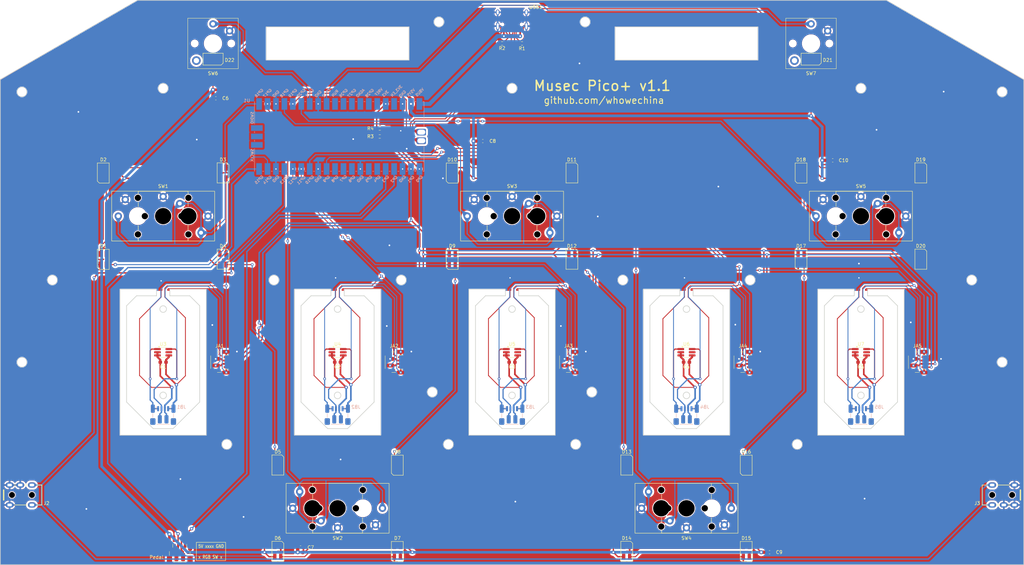
<source format=kicad_pcb>
(kicad_pcb (version 20241229) (generator "pcbnew") (generator_version "9.0")
  (title_block (title "Musec Pico"))
  (layers (0 "F.Cu" signal) (2 "B.Cu" signal) (13 "F.Paste" user) (15 "B.Paste" user) (5 "F.SilkS" user "F.Silkscreen") (7 "B.SilkS" user "B.Silkscreen") (1 "F.Mask" user) (3 "B.Mask" user) (25 "Edge.Cuts" user))
  (net 0 "")
  (net 1 "GND")
  (net 2 "+5V")
  (net 3 "Net-(D1-Out)")
  (net 5 "Net-(D2-Out)")
  (net 6 "+3V3")
  (net 7 "Net-(USB1-CC1)")
  (net 8 "Net-(USB1-CC2)")
  (net 9 "Net-(D1-In)")
  (net 10 "Net-(U1-USB2)")
  (net 12 "Net-(U1-VBUS)")
  (net 13 "Net-(U1-USB1)")
  (net 16 "/K2")
  (net 19 "/K6")
  (net 20 "/K4")
  (net 21 "/K5")
  (net 22 "/K3")
  (net 25 "Net-(J1-Pin_3)")
  (net 28 "/K1")
  (net 30 "/K7")
  (net 34 "Net-(D3-Out)")
  (net 37 "Net-(D4-Out)")
  (net 39 "Net-(D5-Out)")
  (net 40 "Net-(D6-Out)")
  (net 41 "Net-(D7-Out)")
  (net 42 "Net-(D8-Out)")
  (net 43 "Net-(D10-In)")
  (net 44 "Net-(D10-Out)")
  (net 45 "Net-(D11-Out)")
  (net 46 "Net-(D12-Out)")
  (net 47 "Net-(D13-Out)")
  (net 48 "Net-(D14-Out)")
  (net 49 "Net-(D15-Out)")
  (net 50 "Net-(D16-Out)")
  (net 51 "Net-(D17-Out)")
  (net 52 "Net-(D18-Out)")
  (net 53 "Net-(D19-Out)")
  (net 54 "Net-(D20-Out)")
  (net 55 "Net-(D21-Out)")
  (net 56 "/VB1")
  (net 57 "/VB3")
  (net 58 "/VB5")
  (net 59 "/VB2")
  (net 60 "/VB4")
  (net 63 "Net-(J2-T)")
  (net 65 "/SDA")
  (net 66 "/SCL")
  (net 70 "Net-(J1-Pin_2)")
  (footprint "musec_pico:WS2812B-2835" (layer "F.Cu") (at 301.196 88.074 -90)
    (property "Reference" "D18")
    (property "Value" "WS2812B_Unified" (hide yes))
  )
  (footprint "musec_pico:WS2812B-2835" (layer "F.Cu") (at 196.196 88.074 -90)
    (property "Reference" "D10")
    (property "Value" "WS2812B_Unified" (hide yes))
  )
  (footprint "Package_TO_SOT_SMD:TSOT-23-6_HandSoldering" (layer "F.Cu") (at 161.696 142.074)
    (property "Reference" "U4")
    (property "Value" "TMAG5273")
  )
  (footprint "Package_TO_SOT_SMD:TSOT-23-6_HandSoldering" (layer "F.Cu") (at 266.696 142.074)
    (property "Reference" "U6")
    (property "Value" "TMAG5273")
  )
  (footprint "musec_pico:WS2812B-2835" (layer "F.Cu") (at 127.196 88.074 90)
    (property "Reference" "D3")
    (property "Value" "WS2812B_Unified" (hide yes))
  )
  (footprint "musec_pico:WS2812B-2835" (layer "F.Cu") (at 196.196 114.074 -90)
    (property "Reference" "D9")
    (property "Value" "WS2812B_Unified" (hide yes))
  )
  (footprint "musec_pico:WS2812B-2835" (layer "F.Cu") (at 179.696 176.074 -90)
    (property "Reference" "D8")
    (property "Value" "WS2812B_Unified" (hide yes))
  )
  (footprint "Package_TO_SOT_SMD:TSOT-23-6_HandSoldering" (layer "F.Cu") (at 109.196 142.074)
    (property "Reference" "U3")
    (property "Value" "TMAG5273")
  )
  (footprint "musec_pico:WS2812B-2835" (layer "F.Cu") (at 91.196 88.074 -90)
    (property "Reference" "D2")
    (property "Value" "WS2812B_Unified" (hide yes))
  )
  (footprint "musec_pico:SH1.0_4P_Solder_Combo" (layer "F.Cu") (at 283.696 145.074 -90)
    (property "Reference" "JA4")
    (property "Value" "Conn_01x04" (hide yes))
  )
  (footprint "musec_pico:WS2812B-2835" (layer "F.Cu") (at 337.196 88.074 90)
    (property "Reference" "D19")
    (property "Value" "WS2812B_Unified" (hide yes))
  )
  (footprint "musec_pico:WS2812B-2835" (layer "F.Cu") (at 248.696 202.074 90)
    (property "Reference" "D14")
    (property "Value" "WS2812B_Unified" (hide yes))
  )
  (footprint "Capacitor_SMD:C_0603_1608Metric_Pad1.08x0.95mm_HandSolder" (layer "F.Cu") (at 319.196 145.074 180)
    (property "Reference" "C5")
    (property "Value" "0.1uF")
  )
  (footprint "Resistor_SMD:R_0603_1608Metric_Pad0.98x0.95mm_HandSolder" (layer "F.Cu") (at 174.3835 74.689 180)
    (property "Reference" "R4")
    (property "Value" "5K1")
  )
  (footprint "Resistor_SMD:R_0603_1608Metric_Pad0.98x0.95mm_HandSolder" (layer "F.Cu") (at 217.196 49.074)
    (property "Reference" "R1")
    (property "Value" "5K1")
  )
  (footprint "musec_pico:WS2812B-2835" (layer "F.Cu") (at 143.696 176.074 90)
    (property "Reference" "D5")
    (property "Value" "WS2812B_Unified" (hide yes))
  )
  (footprint "Capacitor_SMD:C_0603_1608Metric_Pad1.08x0.95mm_HandSolder" (layer "F.Cu") (at 266.696 145.074 180)
    (property "Reference" "C4")
    (property "Value" "0.1uF")
  )
  (footprint "Capacitor_SMD:C_0603_1608Metric_Pad1.08x0.95mm_HandSolder" (layer "F.Cu") (at 310.696 84.274)
    (property "Reference" "C10")
    (property "Value" "0.1uF")
  )
  (footprint "musec_pico:WS2812B-2835" (layer "F.Cu") (at 284.696 176.074 -90)
    (property "Reference" "D16")
    (property "Value" "WS2812B_Unified" (hide yes))
  )
  (footprint "musec_pico:Musec_ChocV1V2_x2_Combo" (layer "F.Cu") (at 214.196 101.074)
    (property "Reference" "SW3")
    (property "Value" "SW_DIP_x01" (hide yes))
  )
  (footprint "musec_pico:WS2812B-2835" (layer "F.Cu") (at 232.196 88.074 90)
    (property "Reference" "D11")
    (property "Value" "WS2812B_Unified" (hide yes))
  )
  (footprint "Resistor_SMD:R_0603_1608Metric_Pad0.98x0.95mm_HandSolder" (layer "F.Cu") (at 211.196 49.074 180)
    (property "Reference" "R2")
    (property "Value" "5K1")
  )
  (footprint "musec_pico:WS2812B-2835" (layer "F.Cu") (at 124.196 53.774)
    (property "Reference" "D22")
    (property "Value" "WS2812B_Unified" (hide yes))
  )
  (footprint "musec_pico:WS2812B-2835" (layer "F.Cu") (at 91.196 114.074 -90)
    (property "Reference" "D1")
    (property "Value" "WS2812B_Unified" (hide yes))
  )
  (footprint "musec_pico:WS2812B-2835" (layer "F.Cu") (at 304.196 53.774)
    (property "Reference" "D21")
    (property "Value" "WS2812B_Unified" (hide yes))
  )
  (footprint "Capacitor_SMD:C_0603_1608Metric_Pad1.08x0.95mm_HandSolder" (layer "F.Cu") (at 150.556 200.874)
    (property "Reference" "C7")
    (property "Value" "0.1uF")
  )
  (footprint "musec_pico:SH1.0_4P_Solder_Combo" (layer "F.Cu") (at 126.196 145.074 -90)
    (property "Reference" "JA1")
    (property "Value" "Conn_01x04" (hide yes))
  )
  (footprint "musec_pico:WS2812B-2835" (layer "F.Cu") (at 248.696 176.074 90)
    (property "Reference" "D13")
    (property "Value" "WS2812B_Unified" (hide yes))
  )
  (footprint "Resistor_SMD:R_0603_1608Metric_Pad0.98x0.95mm_HandSolder" (layer "F.Cu") (at 174.3835 77.089 180)
    (property "Reference" "R3")
    (property "Value" "5K1")
  )
  (footprint "Capacitor_SMD:C_0603_1608Metric_Pad1.08x0.95mm_HandSolder" (layer "F.Cu") (at 109.196 145.074 180)
    (property "Reference" "C1")
    (property "Value" "0.1uF")
  )
  (footprint "musec_pico:SW_Kailh_Choc_V1V2_1.00u_LED" (layer "F.Cu") (at 304.196 49.074)
    (property "Reference" "SW7")
    (property "Value" "SW_DIP_x01" (hide yes))
  )
  (footprint "musec_pico:WS2812B-2835" (layer "F.Cu") (at 143.696 202.074 90)
    (property "Reference" "D6")
    (property "Value" "WS2812B_Unified" (hide yes))
  )
  (footprint "musec_pico:WS2812B-2835" (layer "F.Cu") (at 337.196 114.074 90)
    (property "Reference" "D20")
    (property "Value" "WS2812B_Unified" (hide yes))
  )
  (footprint "musec_pico:WS2812B-2835" (layer "F.Cu") (at 301.196 114.074 -90)
    (property "Reference" "D17")
    (property "Value" "WS2812B_Unified" (hide yes))
  )
  (footprint "musec_pico:WS2812B-2835" (layer "F.Cu") (at 284.696 202.074 -90)
    (property "Reference" "D15")
    (property "Value" "WS2812B_Unified" (hide yes))
  )
  (footprint "musec_pico:SW_Kailh_Choc_V1V2_1.00u_LED" (layer "F.Cu") (at 124.196 49.074)
    (property "Reference" "SW6")
    (property "Value" "SW_DIP_x01" (hide yes))
  )
  (footprint "musec_pico:Musec_ChocV1V2_x2_Combo" (layer "F.Cu") (at 266.696 189.074 180)
    (property "Reference" "SW4")
    (property "Value" "SW_DIP_x01" (hide yes))
  )
  (footprint "Package_TO_SOT_SMD:TSOT-23-6_HandSoldering" (layer "F.Cu") (at 214.196 142.074)
    (property "Reference" "U5")
    (property "Value" "TMAG5273")
  )
  (footprint "Capacitor_SMD:C_0603_1608Metric_Pad1.08x0.95mm_HandSolder" (layer "F.Cu") (at 214.196 145.074 180)
    (property "Reference" "C3")
    (property "Value" "0.1uF")
  )
  (footprint "musec_pico:Musec_ChocV1V2_x2_Combo" (layer "F.Cu") (at 109.196 101.074)
    (property "Reference" "SW1")
    (property "Value" "SW_DIP_x01" (hide yes))
  )
  (footprint "musec_pico:PJ313" (layer "F.Cu") (at 358.696 185.074 -90)
    (property "Reference" "J3")
    (property "Value" "PJ313")
  )
  (footprint "Package_TO_SOT_SMD:TSOT-23-6_HandSoldering" (layer "F.Cu") (at 319.196 142.074)
    (property "Reference" "U7")
    (property "Value" "TMAG5273")
  )
  (footprint "Type-C:HRO-TYPE-C-31-M-12-Assembly" (layer "F.Cu") (at 214.196 37.074 180)
    (property "Reference" "USB1")
    (property "Value" "U262-161N-4BVC11" (hide yes))
  )
  (footprint "musec_pico:WS2812B-2835" (layer "F.Cu") (at 127.196 114.074 90)
    (property "Reference" "D4")
    (property "Value" "WS2812B_Unified" (hide yes))
  )
  (footprint "musec_pico:Musec_ChocV1V2_x2_Combo" (layer "F.Cu") (at 161.696 189.074 180)
    (property "Reference" "SW2")
    (property "Value" "SW_DIP_x01" (hide yes))
  )
  (footprint "Capacitor_SMD:C_0603_1608Metric_Pad1.08x0.95mm_HandSolder" (layer "F.Cu") (at 125.0585 65.574)
    (property "Reference" "C6")
    (property "Value" "0.1uF")
  )
  (footprint "musec_pico:SH1.0_4P_Solder_Combo" (layer "F.Cu") (at 178.696 145.074 -90)
    (property "Reference" "JA2")
    (property "Value" "Conn_01x04" (hide yes))
  )
  (footprint "musec_pico:PJ313" (layer "F.Cu") (at 69.696 185.074 90)
    (property "Reference" "J2")
    (property "Value" "PJ313")
  )
  (footprint "Capacitor_SMD:C_0603_1608Metric_Pad1.08x0.95mm_HandSolder" (layer "F.Cu") (at 161.696 145.074 180)
    (property "Reference" "C2")
    (property "Value" "0.1uF")
  )
  (footprint "musec_pico:WS2812B-2835" (layer "F.Cu") (at 232.196 114.074 90)
    (property "Reference" "D12")
    (property "Value" "WS2812B_Unified" (hide yes))
  )
  (footprint "musec_pico:Musec_ChocV1V2_x2_Combo" (layer "F.Cu") (at 319.196 101.074)
    (property "Reference" "SW5")
    (property "Value" "SW_DIP_x01" (hide yes))
  )
  (footprint "musec_pico:SH1.0_4P_Solder_Combo" (layer "F.Cu") (at 231.196 145.074 -90)
    (property "Reference" "JA3")
    (property "Value" "Conn_01x04" (hide yes))
  )
  (footprint "Capacitor_SMD:C_0603_1608Metric_Pad1.08x0.95mm_HandSolder" (layer "F.Cu") (at 291.696 202.324)
    (property "Reference" "C9")
    (property "Value" "0.1uF")
  )
  (footprint "Capacitor_SMD:C_0603_1608Metric_Pad1.08x0.95mm_HandSolder" (layer "F.Cu") (at 205.396 78.474)
    (property "Reference" "C8")
    (property "Value" "0.1uF")
  )
  (footprint "musec_pico:SH1.0_4P_Solder_Combo" (layer "F.Cu") (at 114.196 202.574)
    (property "Reference" "J1" (hide yes))
    (property "Value" "Pedal")
  )
  (footprint "musec_pico:WS2812B-2835" (layer "F.Cu") (at 179.696 202.074 -90)
    (property "Reference" "D7")
    (property "Value" "WS2812B_Unified" (hide yes))
  )
  (footprint "musec_pico:SH1.0_4P_Solder_Combo" (layer "F.Cu") (at 336.196 145.074 -90)
    (property "Reference" "JA5")
    (property "Value" "Conn_01x04" (hide yes))
  )
  (footprint "musec_pico:RPi_Pico_SMD_Pins" (layer "B.Cu") (at 162.196 77.074 90)
    (property "Reference" "U1")
    (property "Value" "PiPico")
  )
  (footprint "musec_pico:SH1.0_4P_Solder_Combo" (layer "B.Cu") (at 109.196 161.074 180)
    (property "Reference" "JB1")
    (property "Value" "Conn_01x04" (hide yes))
  )
  (footprint "musec_pico:SH1.0_4P_Solder_Combo" (layer "B.Cu") (at 161.696 161.074 180)
    (property "Reference" "JB2")
    (property "Value" "Conn_01x04" (hide yes))
  )
  (footprint "musec_pico:SH1.0_4P_Solder_Combo" (layer "B.Cu") (at 266.696 161.074 180)
    (property "Reference" "JB4")
    (property "Value" "Conn_01x04" (hide yes))
  )
  (footprint "musec_pico:SH1.0_4P_Solder_Combo" (layer "B.Cu") (at 319.196 161.074 180)
    (property "Reference" "JB5")
    (property "Value" "Conn_01x04" (hide yes))
  )
  (footprint "musec_pico:SH1.0_4P_Solder_Combo" (layer "B.Cu") (at 214.196 161.074 180)
    (property "Reference" "JB3")
    (property "Value" "Conn_01x04" (hide yes))
  )
  (gr_rect (start 119.196 199.324) (end 127.996 204.824) (stroke (width 0.15)) (fill no) (layer "F.SilkS"))
  (gr_line (start 330.196 157.074) (end 322.196 165.074) (stroke (width 0.2)) (layer "Edge.Cuts"))
  (gr_circle (center 236.196 42.574) (end 237.696 42.574) (stroke (width 0.2)) (fill no) (layer "Edge.Cuts"))
  (gr_line (start 245.196 54.074) (end 288.196 54.074) (stroke (width 0.2)) (layer "Edge.Cuts"))
  (gr_circle (center 192.196 42.574) (end 193.696 42.574) (stroke (width 0.2)) (fill no) (layer "Edge.Cuts"))
  (gr_line (start 174.696 167.074) (end 148.696 167.074) (stroke (width 0.2)) (layer "Edge.Cuts"))
  (gr_line (start 122.196 123.074) (end 111.196 123.074) (stroke (width 0.2)) (layer "Edge.Cuts"))
  (gr_circle (center 161.696 155.074) (end 162.696 155.074) (stroke (width 0.2)) (fill no) (layer "Edge.Cuts"))
  (gr_circle (center 195.037978 169.824) (end 196.537978 169.824) (stroke (width 0.2)) (fill no) (layer "Edge.Cuts"))
  (gr_line (start 317.196 123.074) (end 317.196 125.074) (stroke (width 0.2)) (layer "Edge.Cuts"))
  (gr_circle (center 190.196 154.074) (end 191.696 154.074) (stroke (width 0.2)) (fill no) (layer "Edge.Cuts"))
  (gr_line (start 98.196 128.074) (end 101.196 125.074) (stroke (width 0.2)) (layer "Edge.Cuts"))
  (gr_circle (center 142.537978 120.324) (end 144.037978 120.324) (stroke (width 0.2)) (fill no) (layer "Edge.Cuts"))
  (gr_circle (center 128.354022 169.824) (end 129.854022 169.824) (stroke (width 0.2)) (fill no) (layer "Edge.Cuts"))
  (gr_line (start 107.196 123.074) (end 107.196 125.074) (stroke (width 0.2)) (layer "Edge.Cuts"))
  (gr_line (start 288.196 44.074) (end 245.196 44.074) (stroke (width 0.2)) (layer "Edge.Cuts"))
  (gr_line (start 227.196 123.074) (end 227.196 167.074) (stroke (width 0.2)) (layer "Edge.Cuts"))
  (gr_line (start 169.696 125.074) (end 163.696 125.074) (stroke (width 0.2)) (layer "Edge.Cuts"))
  (gr_circle (center 319.196 155.074) (end 320.196 155.074) (stroke (width 0.2)) (fill no) (layer "Edge.Cuts"))
  (gr_line (start 332.196 123.074) (end 321.196 123.074) (stroke (width 0.2)) (layer "Edge.Cuts"))
  (gr_line (start 255.696 128.074) (end 258.696 125.074) (stroke (width 0.2)) (layer "Edge.Cuts"))
  (gr_line (start 172.696 157.074) (end 172.696 128.074) (stroke (width 0.2)) (layer "Edge.Cuts"))
  (gr_line (start 255.696 157.074) (end 255.696 128.074) (stroke (width 0.2)) (layer "Edge.Cuts"))
  (gr_line (start 203.196 128.074) (end 206.196 125.074) (stroke (width 0.2)) (layer "Edge.Cuts"))
  (gr_line (start 111.196 123.074) (end 111.196 125.074) (stroke (width 0.2)) (layer "Edge.Cuts"))
  (gr_line (start 140.196 44.074) (end 140.196 54.074) (stroke (width 0.2)) (layer "Edge.Cuts"))
  (gr_circle (center 66.696 145.074) (end 68.196 145.074) (stroke (width 0.2)) (fill no) (layer "Edge.Cuts"))
  (gr_line (start 255.696 157.074) (end 263.696 165.074) (stroke (width 0.2)) (layer "Edge.Cuts"))
  (gr_line (start 98.196 157.074) (end 98.196 128.074) (stroke (width 0.2)) (layer "Edge.Cuts"))
  (gr_line (start 203.196 157.074) (end 203.196 128.074) (stroke (width 0.2)) (layer "Edge.Cuts"))
  (gr_line (start 212.196 125.074) (end 206.196 125.074) (stroke (width 0.2)) (layer "Edge.Cuts"))
  (gr_circle (center 214.196 129.074) (end 215.196 129.074) (stroke (width 0.2)) (fill no) (layer "Edge.Cuts"))
  (gr_circle (center 361.696 145.074) (end 363.196 145.074) (stroke (width 0.2)) (fill no) (layer "Edge.Cuts"))
  (gr_line (start 174.696 123.074) (end 163.696 123.074) (stroke (width 0.2)) (layer "Edge.Cuts"))
  (gr_line (start 159.696 123.074) (end 159.696 125.074) (stroke (width 0.2)) (layer "Edge.Cuts"))
  (gr_line (start 120.196 157.074) (end 112.196 165.074) (stroke (width 0.2)) (layer "Edge.Cuts"))
  (gr_line (start 368.196 59.900062) (end 326.928051 36.074) (stroke (width 0.2)) (layer "Edge.Cuts"))
  (gr_line (start 222.196 125.074) (end 225.196 128.074) (stroke (width 0.2)) (layer "Edge.Cuts"))
  (gr_line (start 269.696 165.074) (end 263.696 165.074) (stroke (width 0.2)) (layer "Edge.Cuts"))
  (gr_line (start 107.196 125.074) (end 101.196 125.074) (stroke (width 0.2)) (layer "Edge.Cuts"))
  (gr_line (start 225.196 157.074) (end 225.196 128.074) (stroke (width 0.2)) (layer "Edge.Cuts"))
  (gr_line (start 317.196 125.074) (end 311.196 125.074) (stroke (width 0.2)) (layer "Edge.Cuts"))
  (gr_line (start 150.696 157.074) (end 150.696 128.074) (stroke (width 0.2)) (layer "Edge.Cuts"))
  (gr_line (start 332.196 167.074) (end 306.196 167.074) (stroke (width 0.2)) (layer "Edge.Cuts"))
  (gr_line (start 217.196 165.074) (end 211.196 165.074) (stroke (width 0.2)) (layer "Edge.Cuts"))
  (gr_line (start 279.696 167.074) (end 253.696 167.074) (stroke (width 0.2)) (layer "Edge.Cuts"))
  (gr_line (start 96.196 123.074) (end 96.196 167.074) (stroke (width 0.2)) (layer "Edge.Cuts"))
  (gr_line (start 140.196 54.074) (end 183.196 54.074) (stroke (width 0.2)) (layer "Edge.Cuts"))
  (gr_line (start 264.696 125.074) (end 258.696 125.074) (stroke (width 0.2)) (layer "Edge.Cuts"))
  (gr_line (start 288.196 54.074) (end 288.196 44.074) (stroke (width 0.2)) (layer "Edge.Cuts"))
  (gr_line (start 327.196 125.074) (end 330.196 128.074) (stroke (width 0.2)) (layer "Edge.Cuts"))
  (gr_line (start 107.196 123.074) (end 96.196 123.074) (stroke (width 0.2)) (layer "Edge.Cuts"))
  (gr_line (start 253.696 123.074) (end 253.696 167.074) (stroke (width 0.2)) (layer "Edge.Cuts"))
  (gr_line (start 183.196 54.074) (end 183.196 44.074) (stroke (width 0.2)) (layer "Edge.Cuts"))
  (gr_line (start 222.196 125.074) (end 216.196 125.074) (stroke (width 0.2)) (layer "Edge.Cuts"))
  (gr_line (start 368.196 206.074) (end 368.196 59.900062) (stroke (width 0.2)) (layer "Edge.Cuts"))
  (gr_line (start 245.196 44.074) (end 245.196 54.074) (stroke (width 0.2)) (layer "Edge.Cuts"))
  (gr_circle (center 238.196 154.074) (end 239.696 154.074) (stroke (width 0.2)) (fill no) (layer "Edge.Cuts"))
  (gr_circle (center 75.854022 120.324) (end 77.354022 120.324) (stroke (width 0.2)) (fill no) (layer "Edge.Cuts"))
  (gr_line (start 120.196 157.074) (end 120.196 128.074) (stroke (width 0.2)) (layer "Edge.Cuts"))
  (gr_line (start 308.196 128.074) (end 311.196 125.074) (stroke (width 0.2)) (layer "Edge.Cuts"))
  (gr_circle (center 300.037978 169.824) (end 301.537978 169.824) (stroke (width 0.2)) (fill no) (layer "Edge.Cuts"))
  (gr_line (start 279.696 123.074) (end 268.696 123.074) (stroke (width 0.2)) (layer "Edge.Cuts"))
  (gr_circle (center 233.354022 169.824) (end 234.854022 169.824) (stroke (width 0.2)) (fill no) (layer "Edge.Cuts"))
  (gr_line (start 330.196 157.074) (end 330.196 128.074) (stroke (width 0.2)) (layer "Edge.Cuts"))
  (gr_line (start 317.196 123.074) (end 306.196 123.074) (stroke (width 0.2)) (layer "Edge.Cuts"))
  (gr_line (start 274.696 125.074) (end 268.696 125.074) (stroke (width 0.2)) (layer "Edge.Cuts"))
  (gr_circle (center 266.696 155.074) (end 267.696 155.074) (stroke (width 0.2)) (fill no) (layer "Edge.Cuts"))
  (gr_circle (center 180.854022 120.324) (end 182.354022 120.324) (stroke (width 0.2)) (fill no) (layer "Edge.Cuts"))
  (gr_line (start 277.696 157.074) (end 277.696 128.074) (stroke (width 0.2)) (layer "Edge.Cuts"))
  (gr_circle (center 109.196 129.074) (end 110.196 129.074) (stroke (width 0.2)) (fill no) (layer "Edge.Cuts"))
  (gr_line (start 60.196 59.900062) (end 60.196 206.074) (stroke (width 0.2)) (layer "Edge.Cuts"))
  (gr_line (start 216.196 123.074) (end 216.196 125.074) (stroke (width 0.2)) (layer "Edge.Cuts"))
  (gr_circle (center 285.854022 120.324) (end 287.354022 120.324) (stroke (width 0.2)) (fill no) (layer "Edge.Cuts"))
  (gr_line (start 117.196 125.074) (end 111.196 125.074) (stroke (width 0.2)) (layer "Edge.Cuts"))
  (gr_line (start 172.696 157.074) (end 164.696 165.074) (stroke (width 0.2)) (layer "Edge.Cuts"))
  (gr_circle (center 66.696 63.652838) (end 68.196 63.652838) (stroke (width 0.2)) (fill no) (layer "Edge.Cuts"))
  (gr_line (start 321.196 123.074) (end 321.196 125.074) (stroke (width 0.2)) (layer "Edge.Cuts"))
  (gr_line (start 150.696 157.074) (end 158.696 165.074) (stroke (width 0.2)) (layer "Edge.Cuts"))
  (gr_line (start 227.196 123.074) (end 216.196 123.074) (stroke (width 0.2)) (layer "Edge.Cuts"))
  (gr_circle (center 361.696 63.652838) (end 363.196 63.652838) (stroke (width 0.2)) (fill no) (layer "Edge.Cuts"))
  (gr_line (start 274.696 125.074) (end 277.696 128.074) (stroke (width 0.2)) (layer "Edge.Cuts"))
  (gr_line (start 163.696 123.074) (end 163.696 125.074) (stroke (width 0.2)) (layer "Edge.Cuts"))
  (gr_line (start 327.196 125.074) (end 321.196 125.074) (stroke (width 0.2)) (layer "Edge.Cuts"))
  (gr_line (start 122.196 123.074) (end 122.196 167.074) (stroke (width 0.2)) (layer "Edge.Cuts"))
  (gr_line (start 201.196 123.074) (end 201.196 167.074) (stroke (width 0.2)) (layer "Edge.Cuts"))
  (gr_line (start 264.696 123.074) (end 253.696 123.074) (stroke (width 0.2)) (layer "Edge.Cuts"))
  (gr_circle (center 247.537978 120.324) (end 249.037978 120.324) (stroke (width 0.2)) (fill no) (layer "Edge.Cuts"))
  (gr_line (start 277.696 157.074) (end 269.696 165.074) (stroke (width 0.2)) (layer "Edge.Cuts"))
  (gr_circle (center 214.196 155.074) (end 215.196 155.074) (stroke (width 0.2)) (fill no) (layer "Edge.Cuts"))
  (gr_line (start 212.196 123.074) (end 201.196 123.074) (stroke (width 0.2)) (layer "Edge.Cuts"))
  (gr_line (start 122.196 167.074) (end 96.196 167.074) (stroke (width 0.2)) (layer "Edge.Cuts"))
  (gr_line (start 98.196 157.074) (end 106.196 165.074) (stroke (width 0.2)) (layer "Edge.Cuts"))
  (gr_circle (center 319.196 129.074) (end 320.196 129.074) (stroke (width 0.2)) (fill no) (layer "Edge.Cuts"))
  (gr_line (start 159.696 125.074) (end 153.696 125.074) (stroke (width 0.2)) (layer "Edge.Cuts"))
  (gr_circle (center 161.696 129.074) (end 162.696 129.074) (stroke (width 0.2)) (fill no) (layer "Edge.Cuts"))
  (gr_line (start 227.196 167.074) (end 201.196 167.074) (stroke (width 0.2)) (layer "Edge.Cuts"))
  (gr_line (start 225.196 157.074) (end 217.196 165.074) (stroke (width 0.2)) (layer "Edge.Cuts"))
  (gr_line (start 322.196 165.074) (end 316.196 165.074) (stroke (width 0.2)) (layer "Edge.Cuts"))
  (gr_circle (center 319.196 62.574) (end 320.696 62.574) (stroke (width 0.2)) (fill no) (layer "Edge.Cuts"))
  (gr_line (start 306.196 123.074) (end 306.196 167.074) (stroke (width 0.2)) (layer "Edge.Cuts"))
  (gr_circle (center 352.537978 120.324) (end 354.037978 120.324) (stroke (width 0.2)) (fill no) (layer "Edge.Cuts"))
  (gr_circle (center 109.196 155.074) (end 110.196 155.074) (stroke (width 0.2)) (fill no) (layer "Edge.Cuts"))
  (gr_line (start 117.196 125.074) (end 120.196 128.074) (stroke (width 0.2)) (layer "Edge.Cuts"))
  (gr_line (start 308.196 157.074) (end 308.196 128.074) (stroke (width 0.2)) (layer "Edge.Cuts"))
  (gr_line (start 169.696 125.074) (end 172.696 128.074) (stroke (width 0.2)) (layer "Edge.Cuts"))
  (gr_circle (center 266.696 129.074) (end 267.696 129.074) (stroke (width 0.2)) (fill no) (layer "Edge.Cuts"))
  (gr_line (start 60.196 206.074) (end 368.196 206.074) (stroke (width 0.2)) (layer "Edge.Cuts"))
  (gr_line (start 164.696 165.074) (end 158.696 165.074) (stroke (width 0.2)) (layer "Edge.Cuts"))
  (gr_line (start 112.196 165.074) (end 106.196 165.074) (stroke (width 0.2)) (layer "Edge.Cuts"))
  (gr_line (start 150.696 128.074) (end 153.696 125.074) (stroke (width 0.2)) (layer "Edge.Cuts"))
  (gr_line (start 148.696 123.074) (end 148.696 167.074) (stroke (width 0.2)) (layer "Edge.Cuts"))
  (gr_line (start 174.696 123.074) (end 174.696 167.074) (stroke (width 0.2)) (layer "Edge.Cuts"))
  (gr_line (start 101.463949 36.074) (end 60.196 59.900062) (stroke (width 0.2)) (layer "Edge.Cuts"))
  (gr_circle (center 214.196 62.574) (end 215.696 62.574) (stroke (width 0.2)) (fill no) (layer "Edge.Cuts"))
  (gr_line (start 268.696 123.074) (end 268.696 125.074) (stroke (width 0.2)) (layer "Edge.Cuts"))
  (gr_line (start 332.196 123.074) (end 332.196 167.074) (stroke (width 0.2)) (layer "Edge.Cuts"))
  (gr_circle (center 109.196 62.574) (end 110.696 62.574) (stroke (width 0.2)) (fill no) (layer "Edge.Cuts"))
  (gr_line (start 326.928051 36.074) (end 101.463949 36.074) (stroke (width 0.2)) (layer "Edge.Cuts"))
  (gr_line (start 308.196 157.074) (end 316.196 165.074) (stroke (width 0.2)) (layer "Edge.Cuts"))
  (gr_line (start 264.696 123.074) (end 264.696 125.074) (stroke (width 0.2)) (layer "Edge.Cuts"))
  (gr_line (start 183.196 44.074) (end 140.196 44.074) (stroke (width 0.2)) (layer "Edge.Cuts"))
  (gr_line (start 159.696 123.074) (end 148.696 123.074) (stroke (width 0.2)) (layer "Edge.Cuts"))
  (gr_line (start 203.196 157.074) (end 211.196 165.074) (stroke (width 0.2)) (layer "Edge.Cuts"))
  (gr_line (start 212.196 123.074) (end 212.196 125.074) (stroke (width 0.2)) (layer "Edge.Cuts"))
  (gr_line (start 279.696 123.074) (end 279.696 167.074) (stroke (width 0.2)) (layer "Edge.Cuts"))
  (gr_text "Musec Pico+ v1.1" (at 220.496 63.574 0) (layer "F.SilkS") (effects (font (size 3 3) (thickness 0.45)) (justify left bottom)))
  (gr_text "github.com/whowechina" (at 223.596 67.374 0) (layer "F.SilkS") (effects (font (size 2 2) (thickness 0.28)) (justify left bottom)))
  (gr_text "5V xxxx GND\n\nx RGB SW x" (at 119.696 204.324 0) (layer "F.SilkS") (effects (font (size 1 0.8)) (justify left bottom)))
  (segment (start 318.3335 149.2115) (end 318.3335 145.074) (width 0.5) (layer "F.Cu") (net 1))
  (segment (start 164.296 152.674) (end 158.196 152.674) (width 0.25) (layer "F.Cu") (net 1))
  (segment (start 183.896 141.874) (end 183.896 142.774) (width 0.5) (layer "F.Cu") (net 1))
  (segment (start 127.096 144.574) (end 126.596 144.074) (width 0.5) (layer "F.Cu") (net 1))
  (segment (start 159.986 143.506837) (end 160.8335 144.354337) (width 0.6) (layer "F.Cu") (net 1))
  (segment (start 128.196 144.574) (end 127.096 144.574) (width 0.5) (layer "F.Cu") (net 1))
  (segment (start 154.596 149.074) (end 154.596 131.974) (width 0.25) (layer "F.Cu") (net 1))
  (segment (start 126.596 144.074) (end 124.996 144.074) (width 0.5) (layer "F.Cu") (net 1))
  (segment (start 217.421 44.229) (end 217.796 43.854) (width 0.6) (layer "F.Cu") (net 1))
  (segment (start 179.596 144.574) (end 179.096 144.074) (width 0.5) (layer "F.Cu") (net 1))
  (segment (start 231.596 144.074) (end 229.996 144.074) (width 0.5) (layer "F.Cu") (net 1))
  (segment (start 164.296 152.674) (end 160.8335 149.2115) (width 0.5) (layer "F.Cu") (net 1))
  (segment (start 317.486 143.506837) (end 318.3335 144.354337) (width 0.6) (layer "F.Cu") (net 1))
  (segment (start 340.296 144.574) (end 338.196 144.574) (width 0.5) (layer "F.Cu") (net 1))
  (segment (start 217.421 44.769) (end 217.421 44.229) (width 0.6) (layer "F.Cu") (net 1))
  (segment (start 180.696 144.574) (end 179.596 144.574) (width 0.5) (layer "F.Cu") (net 1))
  (segment (start 288.896 142.774) (end 287.096 144.574) (width 0.5) (layer "F.Cu") (net 1))
  (segment (start 265.8335 144.354337) (end 265.8335 145.074) (width 0.6) (layer "F.Cu") (net 1))
  (segment (start 259.596 149.074) (end 259.596 131.974) (width 0.25) (layer "F.Cu") (net 1))
  (segment (start 160.8335 144.354337) (end 160.8335 145.074) (width 0.6) (layer "F.Cu") (net 1))
  (segment (start 108.596 125.474) (end 108.596 120.574) (width 0.25) (layer "F.Cu") (net 1))
  (segment (start 129.596 144.574) (end 128.196 144.574) (width 0.5) (layer "F.Cu") (net 1))
  (segment (start 160.8335 149.2115) (end 160.8335 145.074) (width 0.5) (layer "F.Cu") (net 1))
  (segment (start 315.696 152.674) (end 312.096 149.074) (width 0.25) (layer "F.Cu") (net 1))
  (segment (start 210.971 44.769) (end 210.971 44.226437) (width 0.6) (layer "F.Cu") (net 1))
  (segment (start 287.096 144.574) (end 285.696 144.574) (width 0.5) (layer "F.Cu") (net 1))
  (segment (start 108.3335 144.354337) (end 108.3335 145.074) (width 0.6) (layer "F.Cu") (net 1))
  (segment (start 213.596 125.474) (end 213.596 119.674) (width 0.25) (layer "F.Cu") (net 1))
  (segment (start 179.096 144.074) (end 177.496 144.074) (width 0.5) (layer "F.Cu") (net 1))
  (segment (start 115.696 200.574) (end 117.306 200.574) (width 0.5) (layer "F.Cu") (net 1))
  (segment (start 102.096 149.074) (end 102.096 131.974) (width 0.25) (layer "F.Cu") (net 1))
  (segment (start 259.596 131.974) (end 266.096 125.474) (width 0.25) (layer "F.Cu") (net 1))
  (segment (start 312.096 131.974) (end 318.596 125.474) (width 0.25) (layer "F.Cu") (net 1))
  (segment (start 317.486 142.074) (end 317.486 143.506837) (width 0.6) (layer "F.Cu") (net 1))
  (segment (start 269.296 152.674) (end 263.196 152.674) (width 0.25) (layer "F.Cu") (net 1))
  (segment (start 131.396 141.874) (end 131.396 142.774) (width 0.5) (layer "F.Cu") (net 1))
  (segment (start 338.196 144.574) (end 337.096 144.574) (width 0.5) (layer "F.Cu") (net 1))
  (segment (start 161.096 125.474) (end 161.096 119.674) (width 0.25) (layer "F.Cu") (net 1))
  (segment (start 216.796 152.674) (end 213.3335 149.2115) (width 0.5) (layer "F.Cu") (net 1))
  (segment (start 182.096 144.574) (end 180.696 144.574) (width 0.5) (layer "F.Cu") (net 1))
  (segment (start 264.986 142.074) (end 264.986 143.506837) (width 0.6) (layer "F.Cu") (net 1))
  (segment (start 111.796 152.674) (end 105.696 152.674) (width 0.25) (layer "F.Cu") (net 1))
  (segment (start 343.296 144.074) (end 340.796 144.074) (width 0.5) (layer "F.Cu") (net 1))
  (segment (start 107.486 142.074) (end 107.486 143.506837) (width 0.6) (layer "F.Cu") (net 1))
  (segment (start 269.296 152.674) (end 265.8335 149.2115) (width 0.5) (layer "F.Cu") (net 1))
  (segment (start 159.986 142.074) (end 159.986 143.506837) (width 0.6) (layer "F.Cu") (net 1))
  (segment (start 158.196 152.674) (end 154.596 149.074) (width 0.25) (layer "F.Cu") (net 1))
  (segment (start 105.696 152.674) (end 102.096 149.074) (width 0.25) (layer "F.Cu") (net 1))
  (segment (start 340.796 144.074) (end 340.296 144.574) (width 0.5) (layer "F.Cu") (net 1))
  (segment (start 111.796 152.674) (end 108.3335 149.2115) (width 0.5) (layer "F.Cu") (net 1))
  (segment (start 131.396 142.774) (end 129.596 144.574) (width 0.5) (layer "F.Cu") (net 1))
  (segment (start 263.196 152.674) (end 259.596 149.074) (width 0.25) (layer "F.Cu") (net 1))
  (segment (start 285.696 144.574) (end 284.596 144.574) (width 0.5) (layer "F.Cu") (net 1))
  (segment (start 107.486 143.506837) (end 108.3335 144.354337) (width 0.6) (layer "F.Cu") (net 1))
  (segment (start 213.3335 149.2115) (end 213.3335 145.074) (width 0.5) (layer "F.Cu") (net 1))
  (segment (start 207.096 131.974) (end 213.596 125.474) (width 0.25) (layer "F.Cu") (net 1))
  (segment (start 183.896 142.774) (end 182.096 144.574) (width 0.5) (layer "F.Cu") (net 1))
  (segment (start 212.486 143.506837) (end 213.3335 144.354337) (width 0.6) (layer "F.Cu") (net 1))
  (segment (start 102.096 131.974) (end 108.596 125.474) (width 0.25) (layer "F.Cu") (net 1))
  (segment (start 284.096 144.074) (end 282.496 144.074) (width 0.5) (layer "F.Cu") (net 1))
  (segment (start 321.796 152.674) (end 315.696 152.674) (width 0.25) (layer "F.Cu") (net 1))
  (segment (start 264.986 143.506837) (end 265.8335 144.354337) (width 0.6) (layer "F.Cu") (net 1))
  (segment (start 234.596 144.574) (end 233.196 144.574) (width 0.5) (layer "F.Cu") (net 1))
  (segment (start 216.796 152.674) (end 210.696 152.674) (width 0.25) (layer "F.Cu") (net 1))
  (segment (start 217.796 43.854) (end 218.516 43.854) (width 0.6) (layer "F.Cu") (net 1))
  (segment (start 232.096 144.574) (end 231.596 144.074) (width 0.5) (layer "F.Cu") (net 1))
  (segment (start 210.971 44.226437) (end 210.598563 43.854) (width 0.6) (layer "F.Cu") (net 1))
  (segment (start 318.596 125.474) (end 318.596 119.674) (width 0.25) (layer "F.Cu") (net 1))
  (segment (start 288.896 141.874) (end 288.896 142.774) (width 0.5) (layer "F.Cu") (net 1))
  (segment (start 284.596 144.574) (end 284.096 144.074) (width 0.5) (layer "F.Cu") (net 1))
  (segment (start 337.096 144.574) (end 336.596 144.074) (width 0.5) (layer "F.Cu") (net 1))
  (segment (start 207.096 149.074) (end 207.096 131.974) (width 0.25) (layer "F.Cu") (net 1))
  (segment (start 336.596 144.074) (end 334.996 144.074) (width 0.5) (layer "F.Cu") (net 1))
  (segment (start 212.486 142.074) (end 212.486 143.506837) (width 0.6) (layer "F.Cu") (net 1))
  (segment (start 312.096 149.074) (end 312.096 131.974) (width 0.25) (layer "F.Cu") (net 1))
  (segment (start 236.396 142.774) (end 234.596 144.574) (width 0.5) (layer "F.Cu") (net 1))
  (segment (start 108.3335 149.2115) (end 108.3335 145.074) (width 0.5) (layer "F.Cu") (net 1))
  (segment (start 236.396 141.874) (end 236.396 142.774) (width 0.5) (layer "F.Cu") (net 1))
  (segment (start 210.971 44.769) (end 210.971 45.759) (width 0.6) (layer "F.Cu") (net 1))
  (segment (start 321.796 152.674) (end 318.3335 149.2115) (width 0.5) (layer "F.Cu") (net 1))
  (segment (start 266.096 125.474) (end 266.096 119.674) (width 0.25) (layer "F.Cu") (net 1))
  (segment (start 233.196 144.574) (end 232.096 144.574) (width 0.5) (layer "F.Cu") (net 1))
  (segment (start 210.598563 43.854) (end 209.876 43.854) (width 0.6) (layer "F.Cu") (net 1))
  (segment (start 213.3335 144.354337) (end 213.3335 145.074) (width 0.6) (layer "F.Cu") (net 1))
  (segment (start 210.696 152.674) (end 207.096 149.074) (width 0.25) (layer "F.Cu") (net 1))
  (segment (start 154.596 131.974) (end 161.096 125.474) (width 0.25) (layer "F.Cu") (net 1))
  (segment (start 265.8335 149.2115) (end 265.8335 145.074) (width 0.5) (layer "F.Cu") (net 1))
  (segment (start 318.3335 144.354337) (end 318.3335 145.074) (width 0.6) (layer "F.Cu") (net 1))
  (via (at 236.396 141.874) (size 1) (drill 0.5) (layers "F.Cu" "B.Cu") (net 1))
  (via (at 181.246 86.874) (size 0.8) (drill 0.4) (layers "F.Cu" "B.Cu") (net 1))
  (via (at 234.496 55.074) (size 1) (drill 0.5) (layers "F.Cu" "B.Cu") (net 1))
  (via (at 281.396 133.774) (size 1) (drill 0.5) (layers "F.Cu" "B.Cu") (net 1))
  (via (at 318.596 119.674) (size 0.8) (drill 0.4) (layers "F.Cu" "B.Cu") (net 1))
  (via (at 228.896 134.174) (size 1) (drill 0.5) (layers "F.Cu" "B.Cu") (net 1))
  (via (at 83.696 69.674) (size 1) (drill 0.5) (layers "F.Cu" "B.Cu") (net 1))
  (via (at 216.796 152.674) (size 1) (drill 0.5) (layers "F.Cu" "B.Cu") (net 1))
  (via (at 269.296 152.674) (size 1) (drill 0.5) (layers "F.Cu" "B.Cu") (net 1))
  (via (at 344.096 63.574) (size 1) (drill 0.5) (layers "F.Cu" "B.Cu") (net 1))
  (via (at 119.315471 78.020607) (size 1) (drill 0.5) (layers "F.Cu" "B.Cu") (net 1))
  (via (at 215.196 187.074) (size 1) (drill 0.5) (layers "F.Cu" "B.Cu") (net 1))
  (via (at 282.496 144.074) (size 1) (drill 0.5) (layers "F.Cu" "B.Cu") (net 1))
  (via (at 334.196 133.074) (size 1) (drill 0.5) (layers "F.Cu" "B.Cu") (net 1))
  (via (at 334.996 144.074) (size 1) (drill 0.5) (layers "F.Cu" "B.Cu") (net 1))
  (via (at 108.596 120.574) (size 0.8) (drill 0.4) (layers "F.Cu" "B.Cu") (net 1))
  (via (at 124.996 144.074) (size 1) (drill 0.5) (layers "F.Cu" "B.Cu") (net 1))
  (via (at 266.096 119.674) (size 0.8) (drill 0.4) (layers "F.Cu" "B.Cu") (net 1))
  (via (at 166.396 77.874) (size 1) (drill 0.5) (layers "F.Cu" "B.Cu") (net 1))
  (via (at 155.846 67.274) (size 0.8) (drill 0.4) (layers "F.Cu" "B.Cu") (net 1))
  (via (at 114.396 180.274) (size 1) (drill 0.5) (layers "F.Cu" "B.Cu") (net 1))
  (via (at 168.546 86.874) (size 0.8) (drill 0.4) (layers "F.Cu" "B.Cu") (net 1))
  (via (at 162.596 174.374) (size 1) (drill 0.5) (layers "F.Cu" "B.Cu") (net 1))
  (via (at 323.896 75.074) (size 1) (drill 0.5) (layers "F.Cu" "B.Cu") (net 1))
  (via (at 86.096 189.274) (size 1) (drill 0.5) (layers "F.Cu" "B.Cu") (net 1))
  (via (at 193.396 89.674) (size 1) (drill 0.5) (layers "F.Cu" "B.Cu") (net 1))
  (via (at 181.246 67.274) (size 0.8) (drill 0.4) (layers "F.Cu" "B.Cu") (net 1))
  (via (at 343.296 144.074) (size 1) (drill 0.5) (layers "F.Cu" "B.Cu") (net 1))
  (via (at 177.296 109.874) (size 1) (drill 0.5) (layers "F.Cu" "B.Cu") (net 1))
  (via (at 143.146 86.874) (size 0.8) (drill 0.4) (layers "F.Cu" "B.Cu") (net 1))
  (via (at 288.896 141.874) (size 1) (drill 0.5) (layers "F.Cu" "B.Cu") (net 1))
  (via (at 161.096 119.674) (size 0.8) (drill 0.4) (layers "F.Cu" "B.Cu") (net 1))
  (via (at 239.996 101.174) (size 1) (drill 0.5) (layers "F.Cu" "B.Cu") (net 1))
  (via (at 318.596 115.374) (size 1) (drill 0.5) (layers "F.Cu" "B.Cu") (net 1))
  (via (at 182.496 80.774) (size 1) (drill 0.5) (layers "F.Cu" "B.Cu") (net 1))
  (via (at 131.396 141.874) (size 1) (drill 0.5) (layers "F.Cu" "B.Cu") (net 1))
  (via (at 229.996 144.074) (size 1) (drill 0.5) (layers "F.Cu" "B.Cu") (net 1))
  (via (at 143.146 67.274) (size 0.8) (drill 0.4) (layers "F.Cu" "B.Cu") (net 1))
  (via (at 213.596 119.674) (size 0.8) (drill 0.4) (layers "F.Cu" "B.Cu") (net 1))
  (via (at 183.896 141.874) (size 1) (drill 0.5) (layers "F.Cu" "B.Cu") (net 1))
  (via (at 164.296 152.674) (size 1) (drill 0.5) (layers "F.Cu" "B.Cu") (net 1))
  (via (at 176.496 134.174) (size 1) (drill 0.5) (layers "F.Cu" "B.Cu") (net 1))
  (via (at 133.396 191.674) (size 1) (drill 0.5) (layers "F.Cu" "B.Cu") (net 1))
  (via (at 123.996 133.874) (size 1) (drill 0.5) (layers "F.Cu" "B.Cu") (net 1))
  (via (at 155.846 86.874) (size 0.8) (drill 0.4) (layers "F.Cu" "B.Cu") (net 1))
  (via (at 276.296 92.174) (size 1) (drill 0.5) (layers "F.Cu" "B.Cu") (net 1))
  (via (at 180.696 75.374) (size 0.8) (drill 0.4) (layers "F.Cu" "B.Cu") (net 1))
  (via (at 177.496 144.074) (size 1) (drill 0.5) (layers "F.Cu" "B.Cu") (net 1))
  (via (at 320.296 186.174) (size 1) (drill 0.5) (layers "F.Cu" "B.Cu") (net 1))
  (via (at 321.796 152.674) (size 1) (drill 0.5) (layers "F.Cu" "B.Cu") (net 1))
  (via (at 111.796 152.674) (size 1) (drill 0.5) (layers "F.Cu" "B.Cu") (net 1))
  (segment (start 111.796 155.974) (end 109.696 158.074) (width 0.5) (layer "B.Cu") (net 1))
  (segment (start 319.696 159.074) (end 319.696 160.174) (width 0.4) (layer "B.Cu") (net 1))
  (segment (start 269.296 155.974) (end 267.196 158.074) (width 0.5) (layer "B.Cu") (net 1))
  (segment (start 109.696 158.074) (end 109.696 159.074) (width 0.5) (layer "B.Cu") (net 1))
  (segment (start 215.196 160.674) (end 215.196 162.274) (width 0.4) (layer "B.Cu") (net 1))
  (segment (start 162.196 159.074) (end 162.196 160.174) (width 0.4) (layer "B.Cu") (net 1))
  (segment (start 267.696 160.674) (end 267.696 162.274) (width 0.4) (layer "B.Cu") (net 1))
  (segment (start 162.696 160.674) (end 162.696 162.274) (width 0.4) (layer "B.Cu") (net 1))
  (segment (start 109.696 159.074) (end 109.696 160.174) (width 0.4) (layer "B.Cu") (net 1))
  (segment (start 214.696 160.174) (end 215.196 160.674) (width 0.4) (layer "B.Cu") (net 1))
  (segment (start 162.196 158.074) (end 162.196 159.074) (width 0.5) (layer "B.Cu") (net 1))
  (segment (start 110.196 160.674) (end 110.196 162.274) (width 0.4) (layer "B.Cu") (net 1))
  (segment (start 320.196 160.674) (end 320.196 162.274) (width 0.4) (layer "B.Cu") (net 1))
  (segment (start 321.796 155.974) (end 319.696 158.074) (width 0.5) (layer "B.Cu") (net 1))
  (segment (start 164.296 152.674) (end 164.296 155.974) (width 0.5) (layer "B.Cu") (net 1))
  (segment (start 267.196 159.074) (end 267.196 160.174) (width 0.4) (layer "B.Cu") (net 1))
  (segment (start 321.796 152.674) (end 321.796 155.974) (width 0.5) (layer "B.Cu") (net 1))
  (segment (start 109.696 160.174) (end 110.196 160.674) (width 0.4) (layer "B.Cu") (net 1))
  (segment (start 216.796 155.974) (end 214.696 158.074) (width 0.5) (layer "B.Cu") (net 1))
  (segment (start 214.696 159.074) (end 214.696 160.174) (width 0.4) (layer "B.Cu") (net 1))
  (segment (start 214.696 158.074) (end 214.696 159.074) (width 0.5) (layer "B.Cu") (net 1))
  (segment (start 162.196 160.174) (end 162.696 160.674) (width 0.4) (layer "B.Cu") (net 1))
  (segment (start 319.696 158.074) (end 319.696 159.074) (width 0.5) (layer "B.Cu") (net 1))
  (segment (start 216.796 152.674) (end 216.796 155.974) (width 0.5) (layer "B.Cu") (net 1))
  (segment (start 319.696 160.174) (end 320.196 160.674) (width 0.4) (layer "B.Cu") (net 1))
  (segment (start 267.196 160.174) (end 267.696 160.674) (width 0.4) (layer "B.Cu") (net 1))
  (segment (start 164.296 155.974) (end 162.196 158.074) (width 0.5) (layer "B.Cu") (net 1))
  (segment (start 111.796 152.674) (end 111.796 155.974) (width 0.5) (layer "B.Cu") (net 1))
  (segment (start 267.196 158.074) (end 267.196 159.074) (width 0.5) (layer "B.Cu") (net 1))
  (segment (start 269.296 152.674) (end 269.296 155.974) (width 0.5) (layer "B.Cu") (net 1))
  (segment (start 304.196 70.874) (end 304.196 53.274) (width 0.3) (layer "F.Cu") (net 2))
  (segment (start 124.196 53.274) (end 123.796 52.874) (width 0.3) (layer "F.Cu") (net 2))
  (segment (start 231.296 89.674) (end 231.296 107.774) (width 0.4) (layer "F.Cu") (net 2))
  (segment (start 111.086 196.884) (end 111.096 196.874) (width 0.5) (layer "F.Cu") (net 2))
  (segment (start 202.546 89.674) (end 231.296 89.674) (width 0.4) (layer "F.Cu") (net 2))
  (segment (start 126.296 115.674) (end 124.796 115.674) (width 0.4) (layer "F.Cu") (net 2))
  (segment (start 181.046 63.024) (end 183.786 65.764) (width 0.8) (layer "F.Cu") (net 2))
  (segment (start 336.296 89.674) (end 336.296 107.774) (width 0.4) (layer "F.Cu") (net 2))
  (segment (start 247.796 195.224) (end 244.696 198.324) (width 0.4) (layer "F.Cu") (net 2))
  (segment (start 124.796 115.674) (end 121.596 112.474) (width 0.4) (layer "F.Cu") (net 2))
  (segment (start 247.796 177.674) (end 247.796 195.224) (width 0.4) (layer "F.Cu") (net 2))
  (segment (start 309.8335 84.274) (end 307.546 84.274) (width 1) (layer "F.Cu") (net 2))
  (segment (start 231.296 115.674) (end 229.796 115.674) (width 0.4) (layer "F.Cu") (net 2))
  (segment (start 229.796 115.674) (end 226.596 112.474) (width 0.4) (layer "F.Cu") (net 2))
  (segment (start 139.696 202.324) (end 139.696 198.324) (width 0.4) (layer "F.Cu") (net 2))
  (segment (start 307.546 89.674) (end 336.296 89.674) (width 0.4) (layer "F.Cu") (net 2))
  (segment (start 304.346 86.474) (end 307.546 89.674) (width 0.4) (layer "F.Cu") (net 2))
  (segment (start 149.696 202.324) (end 149.696 200.8765) (width 1) (layer "F.Cu") (net 2))
  (segment (start 285.596 182.424) (end 285.596 200.474) (width 0.4) (layer "F.Cu") (net 2))
  (segment (start 231.296 107.774) (end 226.596 112.474) (width 0.4) (layer "F.Cu") (net 2))
  (segment (start 197.096 86.474) (end 199.346 86.474) (width 0.4) (layer "F.Cu") (net 2))
  (segment (start 199.346 86.474) (end 202.546 89.674) (width 0.4) (layer "F.Cu") (net 2))
  (segment (start 141.046 203.674) (end 142.796 203.674) (width 0.4) (layer "F.Cu") (net 2))
  (segment (start 183.196 175.574) (end 183.196 179.824) (width 0.4) (layer "F.Cu") (net 2))
  (segment (start 182.346 200.474) (end 184.196 202.324) (width 0.4) (layer "F.Cu") (net 2))
  (segment (start 121.596 112.474) (end 92.096 112.474) (width 0.4) (layer "F.Cu") (net 2))
  (segment (start 183.786 65.764) (end 183.786 67.274) (width 0.8) (layer "F.Cu") (net 2))
  (segment (start 123.796 52.874) (end 122.596 52.874) (width 0.3) (layer "F.Cu") (net 2))
  (segment (start 288.196 175.574) (end 288.196 179.824) (width 0.4) (layer "F.Cu") (net 2))
  (segment (start 139.696 202.324) (end 141.046 203.674) (width 0.4) (layer "F.Cu") (net 2))
  (segment (start 226.596 112.474) (end 197.096 112.474) (width 0.4) (layer "F.Cu") (net 2))
  (segment (start 287.096 174.474) (end 288.196 175.574) (width 0.4) (layer "F.Cu") (net 2))
  (segment (start 180.596 174.474) (end 182.096 174.474) (width 0.4) (layer "F.Cu") (net 2))
  (segment (start 126.296 107.774) (end 121.596 112.474) (width 0.4) (layer "F.Cu") (net 2))
  (segment (start 182.096 174.474) (end 183.196 175.574) (width 0.4) (layer "F.Cu") (net 2))
  (segment (start 183.196 179.824) (end 180.596 182.424) (width 0.4) (layer "F.Cu") (net 2))
  (segment (start 331.596 112.474) (end 302.096 112.474) (width 0.4) (layer "F.Cu") (net 2))
  (segment (start 336.296 115.674) (end 334.796 115.674) (width 0.4) (layer "F.Cu") (net 2))
  (segment (start 92.096 86.474) (end 94.346 86.474) (width 0.4) (layer "F.Cu") (net 2))
  (segment (start 246.046 203.674) (end 247.796 203.674) (width 0.4) (layer "F.Cu") (net 2))
  (segment (start 287.346 200.474) (end 289.196 202.324) (width 0.4) (layer "F.Cu") (net 2))
  (segment (start 288.196 179.824) (end 285.596 182.424) (width 0.4) (layer "F.Cu") (net 2))
  (segment (start 126.296 89.674) (end 126.296 107.774) (width 0.4) (layer "F.Cu") (net 2))
  (segment (start 244.696 202.324) (end 246.046 203.674) (width 0.4) (layer "F.Cu") (net 2))
  (segment (start 304.196 53.274) (end 303.796 52.874) (width 0.3) (layer "F.Cu") (net 2))
  (segment (start 334.796 115.674) (end 331.596 112.474) (width 0.4) (layer "F.Cu") (net 2))
  (segment (start 124.196 63.024) (end 124.196 53.274) (width 0.3) (layer "F.Cu") (net 2))
  (segment (start 97.546 89.674) (end 126.296 89.674) (width 0.4) (layer "F.Cu") (net 2))
  (segment (start 111.086 200.574) (end 112.696 200.574) (width 0.5) (layer "F.Cu") (net 2))
  (segment (start 111.086 200.574) (end 111.086 196.884) (width 0.8) (layer "F.Cu") (net 2))
  (segment (start 180.596 182.424) (end 180.596 200.474) (width 0.4) (layer "F.Cu") (net 2))
  (segment (start 94.346 86.474) (end 97.546 89.674) (width 0.4) (layer "F.Cu") (net 2))
  (segment (start 204.5335 78.474) (end 202.596 78.474) (width 1) (layer "F.Cu") (net 2))
  (segment (start 285.596 200.474) (end 287.346 200.474) (width 0.4) (layer "F.Cu") (net 2))
  (segment (start 124.196 63.024) (end 124.196 65.574) (width 1) (layer "F.Cu") (net 2))
  (segment (start 285.596 174.474) (end 287.096 174.474) (width 0.4) (layer "F.Cu") (net 2))
  (segment (start 139.696 198.324) (end 142.796 195.224) (width 0.4) (layer "F.Cu") (net 2))
  (segment (start 180.596 200.474) (end 182.346 200.474) (width 0.4) (layer "F.Cu") (net 2))
  (segment (start 302.096 86.474) (end 304.346 86.474) (width 0.4) (layer "F.Cu") (net 2))
  (segment (start 124.196 63.024) (end 181.046 63.024) (width 0.8) (layer "F.Cu") (net 2))
  (segment (start 289.196 202.324) (end 290.8335 202.324) (width 1) (layer "F.Cu") (net 2))
  (segment (start 336.296 107.774) (end 331.596 112.474) (width 0.4) (layer "F.Cu") (net 2))
  (segment (start 142.796 195.224) (end 142.796 177.674) (width 0.4) (layer "F.Cu") (net 2))
  (segment (start 303.796 52.874) (end 302.596 52.874) (width 0.3) (layer "F.Cu") (net 2))
  (segment (start 244.696 198.324) (end 244.696 202.324) (width 0.4) (layer "F.Cu") (net 2))
  (via (at 149.696 202.324) (size 1.2) (drill 0.6) (layers "F.Cu" "B.Cu") (net 2))
  (via (at 183.786 67.274) (size 1.2) (drill 0.6) (layers "F.Cu" "B.Cu") (net 2))
  (via (at 244.696 202.324) (size 1) (drill 0.5) (layers "F.Cu" "B.Cu") (net 2))
  (via (at 307.546 89.674) (size 1) (drill 0.5) (layers "F.Cu" "B.Cu") (net 2))
  (via (at 304.196 70.874) (size 1) (drill 0.5) (layers "F.Cu" "B.Cu") (net 2))
  (via (at 184.196 202.324) (size 1) (drill 0.5) (layers "F.Cu" "B.Cu") (net 2))
  (via (at 139.696 202.324) (size 1) (drill 0.5) (layers "F.Cu" "B.Cu") (net 2))
  (via (at 97.546 89.674) (size 1) (drill 0.5) (layers "F.Cu" "B.Cu") (net 2))
  (via (at 111.096 196.874) (size 1.2) (drill 0.6) (layers "F.Cu" "B.Cu") (net 2))
  (via (at 202.596 89.574) (size 1) (drill 0.5) (layers "F.Cu" "B.Cu") (net 2))
  (via (at 289.196 202.324) (size 1.2) (drill 0.6) (layers "F.Cu" "B.Cu") (net 2))
  (via (at 124.196 63.024) (size 1.2) (drill 0.6) (layers "F.Cu" "B.Cu") (net 2))
  (via (at 202.596 78.474) (size 1.2) (drill 0.6) (layers "F.Cu" "B.Cu") (net 2))
  (via (at 307.546 84.274) (size 1.2) (drill 0.6) (layers "F.Cu" "B.Cu") (net 2))
  (segment (start 111.096 196.874) (end 90.696 176.474) (width 0.8) (layer "B.Cu") (net 2))
  (segment (start 289.196 202.324) (end 116.546 202.324) (width 0.8) (layer "B.Cu") (net 2))
  (segment (start 116.546 202.324) (end 111.096 196.874) (width 0.8) (layer "B.Cu") (net 2))
  (segment (start 202.596 89.574) (end 202.596 76.574) (width 0.8) (layer "B.Cu") (net 2))
  (segment (start 183.786 69.764) (end 183.786 67.274) (width 0.8) (layer "B.Cu") (net 2))
  (segment (start 124.196 63.024) (end 97.546 89.674) (width 0.8) (layer "B.Cu") (net 2))
  (segment (start 97.546 89.674) (end 90.696 96.524) (width 0.8) (layer "B.Cu") (net 2))
  (segment (start 90.696 96.524) (end 90.696 112.474) (width 0.8) (layer "B.Cu") (net 2))
  (segment (start 184.896 70.874) (end 183.786 69.764) (width 0.8) (layer "B.Cu") (net 2))
  (segment (start 307.546 84.274) (end 307.546 74.224) (width 0.8) (layer "B.Cu") (net 2))
  (segment (start 304.196 70.874) (end 184.896 70.874) (width 0.8) (layer "B.Cu") (net 2))
  (segment (start 202.596 76.574) (end 202.596 70.874) (width 0.8) (layer "B.Cu") (net 2))
  (segment (start 90.696 176.474) (end 90.696 112.474) (width 0.8) (layer "B.Cu") (net 2))
  (segment (start 307.546 89.674) (end 307.546 84.274) (width 0.8) (layer "B.Cu") (net 2))
  (segment (start 307.546 74.224) (end 304.196 70.874) (width 0.8) (layer "B.Cu") (net 2))
  (segment (start 90.296 112.474) (end 90.296 110.224) (width 0.3) (layer "F.Cu") (net 3))
  (segment (start 90.296 110.224) (end 92.096 108.424) (width 0.3) (layer "F.Cu") (net 3))
  (segment (start 92.096 108.424) (end 92.096 89.674) (width 0.3) (layer "F.Cu") (net 3))
  (segment (start 126.296 86.474) (end 97.096 86.474) (width 0.3) (layer "F.Cu") (net 5))
  (segment (start 91.196 84.324) (end 90.296 85.224) (width 0.3) (layer "F.Cu") (net 5))
  (segment (start 97.096 86.474) (end 94.946 84.324) (width 0.3) (layer "F.Cu") (net 5))
  (segment (start 90.296 85.224) (end 90.296 86.474) (width 0.3) (layer "F.Cu") (net 5))
  (segment (start 94.946 84.324) (end 91.196 84.324) (width 0.3) (layer "F.Cu") (net 5))
  (segment (start 176.166 67.274) (end 173.471 69.969) (width 0.4) (layer "F.Cu") (net 6))
  (segment (start 173.471 69.969) (end 173.471 77.089) (width 0.4) (layer "F.Cu") (net 6))
  (via (at 176.166 67.274) (size 0.8) (drill 0.4) (layers "F.Cu" "B.Cu") (net 6))
  (segment (start 215.446 44.769) (end 215.446 47.374) (width 0.3) (layer "F.Cu") (net 7))
  (segment (start 215.446 47.374) (end 216.2835 48.2115) (width 0.3) (layer "F.Cu") (net 7))
  (segment (start 216.2835 48.2115) (end 216.2835 49.074) (width 0.3) (layer "F.Cu") (net 7))
  (segment (start 212.1085 48.3015) (end 212.1085 49.074) (width 0.3) (layer "F.Cu") (net 8))
  (segment (start 212.936 47.474) (end 212.1085 48.3015) (width 0.3) (layer "F.Cu") (net 8))
  (segment (start 212.446 44.769) (end 212.446 45.854) (width 0.3) (layer "F.Cu") (net 8))
  (segment (start 212.446 45.854) (end 212.936 46.344) (width 0.3) (layer "F.Cu") (net 8))
  (segment (start 212.936 46.344) (end 212.936 47.474) (width 0.3) (layer "F.Cu") (net 8))
  (segment (start 94.796 115.674) (end 92.096 115.674) (width 0.3) (layer "F.Cu") (net 9))
  (via (at 94.796 115.674) (size 1) (drill 0.5) (layers "F.Cu" "B.Cu") (net 9))
  (segment (start 122.896 115.674) (end 128.796 109.774) (width 0.3) (layer "B.Cu") (net 9))
  (segment (start 139.596 83.274) (end 140.606 84.284) (width 0.3) (layer "B.Cu") (net 9))
  (segment (start 128.796 109.774) (end 128.796 90.774) (width 0.3) (layer "B.Cu") (net 9))
  (segment (start 128.796 90.774) (end 136.296 83.274) (width 0.3) (layer "B.Cu") (net 9))
  (segment (start 140.606 84.284) (end 140.606 86.874) (width 0.3) (layer "B.Cu") (net 9))
  (segment (start 94.796 115.674) (end 122.896 115.674) (width 0.3) (layer "B.Cu") (net 9))
  (segment (start 136.296 83.274) (end 139.596 83.274) (width 0.3) (layer "B.Cu") (net 9))
  (segment (start 183.596 73.074) (end 183.596 76.674) (width 0.3) (layer "F.Cu") (net 10))
  (segment (start 185.296 78.374) (end 186.896 78.374) (width 0.3) (layer "F.Cu") (net 10))
  (segment (start 214.446 46.113348) (end 214.175348 46.384) (width 0.3) (layer "F.Cu") (net 10))
  (segment (start 213.446 44.769) (end 213.446 46.124) (width 0.3) (layer "F.Cu") (net 10))
  (segment (start 213.966 51.904) (end 194.096 71.774) (width 0.3) (layer "F.Cu") (net 10))
  (segment (start 213.706 46.384) (end 213.966 46.384) (width 0.3) (layer "F.Cu") (net 10))
  (segment (start 194.096 71.774) (end 184.896 71.774) (width 0.3) (layer "F.Cu") (net 10))
  (segment (start 183.596 76.674) (end 185.296 78.374) (width 0.3) (layer "F.Cu") (net 10))
  (segment (start 213.966 46.384) (end 213.966 51.904) (width 0.3) (layer "F.Cu") (net 10))
  (segment (start 213.446 46.124) (end 213.706 46.384) (width 0.3) (layer "F.Cu") (net 10))
  (segment (start 214.175348 46.384) (end 213.966 46.384) (width 0.3) (layer "F.Cu") (net 10))
  (segment (start 184.896 71.774) (end 183.596 73.074) (width 0.3) (layer "F.Cu") (net 10))
  (segment (start 214.446 44.769) (end 214.446 46.113348) (width 0.3) (layer "F.Cu") (net 10))
  (segment (start 211.746 46.874) (end 211.746 44.769) (width 0.5) (layer "F.Cu") (net 12))
  (segment (start 216.646 46.874) (end 216.646 44.769) (width 0.5) (layer "F.Cu") (net 12))
  (via (at 211.746 46.874) (size 1) (drill 0.5) (layers "F.Cu" "B.Cu") (net 12))
  (via (at 216.646 46.874) (size 1) (drill 0.5) (layers "F.Cu" "B.Cu") (net 12))
  (segment (start 189.396 67.274) (end 186.326 67.274) (width 1.2) (layer "B.Cu") (net 12))
  (segment (start 209.796 46.874) (end 189.396 67.274) (width 1.2) (layer "B.Cu") (net 12))
  (segment (start 216.646 46.874) (end 211.746 46.874) (width 1.2) (layer "B.Cu") (net 12))
  (segment (start 211.746 46.874) (end 209.796 46.874) (width 1.2) (layer "B.Cu") (net 12))
  (segment (start 184.296 74.774) (end 185.296 75.774) (width 0.3) (layer "F.Cu") (net 13))
  (segment (start 213.946 43.484) (end 213.946 44.769) (width 0.3) (layer "F.Cu") (net 13))
  (segment (start 214.946 44.769) (end 214.946 51.924) (width 0.3) (layer "F.Cu") (net 13))
  (segment (start 184.296 73.374) (end 184.296 74.774) (width 0.3) (layer "F.Cu") (net 13))
  (segment (start 214.626 43.164) (end 214.266 43.164) (width 0.3) (layer "F.Cu") (net 13))
  (segment (start 194.396 72.474) (end 185.196 72.474) (width 0.3) (layer "F.Cu") (net 13))
  (segment (start 185.296 75.774) (end 186.896 75.774) (width 0.3) (layer "F.Cu") (net 13))
  (segment (start 214.946 43.484) (end 214.626 43.164) (width 0.3) (layer "F.Cu") (net 13))
  (segment (start 185.196 72.474) (end 184.296 73.374) (width 0.3) (layer "F.Cu") (net 13))
  (segment (start 214.946 44.769) (end 214.946 43.484) (width 0.3) (layer "F.Cu") (net 13))
  (segment (start 214.946 51.924) (end 194.396 72.474) (width 0.3) (layer "F.Cu") (net 13))
  (segment (start 214.266 43.164) (end 213.946 43.484) (width 0.3) (layer "F.Cu") (net 13))
  (segment (start 146.696 74.974) (end 140.606 68.884) (width 0.3) (layer "F.Cu") (net 16))
  (segment (start 146.696 108.574) (end 146.696 74.974) (width 0.3) (layer "F.Cu") (net 16))
  (segment (start 140.606 68.884) (end 140.606 67.274) (width 0.3) (layer "F.Cu") (net 16))
  (via (at 140.606 67.274) (size 0.8) (drill 0.4) (layers "F.Cu" "B.Cu") (net 16))
  (via (at 146.696 108.574) (size 0.8) (drill 0.4) (layers "F.Cu" "B.Cu") (net 16))
  (segment (start 150.296 190.274) (end 152.896 192.874) (width 0.3) (layer "B.Cu") (net 16))
  (segment (start 171.996 180.574) (end 158.196 180.574) (width 0.3) (layer "B.Cu") (net 16))
  (segment (start 146.696 177.974) (end 150.296 181.574) (width 0.3) (layer "B.Cu") (net 16))
  (segment (start 150.296 181.574) (end 150.296 184.074) (width 0.3) (layer "B.Cu") (net 16))
  (segment (start 158.196 180.574) (end 151.296 180.574) (width 0.3) (layer "B.Cu") (net 16))
  (segment (start 175.196 183.774) (end 171.996 180.574) (width 0.3) (layer "B.Cu") (net 16))
  (segment (start 156.696 192.874) (end 158.196 191.374) (width 0.3) (layer "B.Cu") (net 16))
  (segment (start 152.896 192.874) (end 156.696 192.874) (width 0.3) (layer "B.Cu") (net 16))
  (segment (start 151.296 180.574) (end 150.296 181.574) (width 0.3) (layer "B.Cu") (net 16))
  (segment (start 146.696 108.574) (end 146.696 177.974) (width 0.3) (layer "B.Cu") (net 16))
  (segment (start 175.196 189.074) (end 175.196 183.774) (width 0.3) (layer "B.Cu") (net 16))
  (segment (start 150.296 184.074) (end 150.296 190.274) (width 0.3) (layer "B.Cu") (net 16))
  (segment (start 158.196 191.374) (end 158.196 180.574) (width 0.3) (layer "B.Cu") (net 16))
  (segment (start 131.196 43.174) (end 124.196 43.174) (width 0.3) (layer "B.Cu") (net 19))
  (segment (start 139.896 57.874) (end 133.296 51.274) (width 0.3) (layer "B.Cu") (net 19))
  (segment (start 153.306 67.274) (end 153.306 63.184) (width 0.3) (layer "B.Cu") (net 19))
  (segment (start 153.306 63.184) (end 147.996 57.874) (width 0.3) (layer "B.Cu") (net 19))
  (segment (start 133.296 51.274) (end 133.296 45.274) (width 0.3) (layer "B.Cu") (net 19))
  (segment (start 133.296 45.274) (end 131.196 43.174) (width 0.3) (layer "B.Cu") (net 19))
  (segment (start 147.996 57.874) (end 139.896 57.874) (width 0.3) (layer "B.Cu") (net 19))
  (segment (start 182.396 66.074) (end 182.396 78.474) (width 0.3) (layer "F.Cu") (net 20))
  (segment (start 186.796 82.874) (end 235.696 82.874) (width 0.3) (layer "F.Cu") (net 20))
  (segment (start 251.496 98.674) (end 251.496 117.474) (width 0.3) (layer "F.Cu") (net 20))
  (segment (start 148.226 67.274) (end 151.426 64.074) (width 0.3) (layer "F.Cu") (net 20))
  (segment (start 180.396 64.074) (end 182.396 66.074) (width 0.3) (layer "F.Cu") (net 20))
  (segment (start 182.396 78.474) (end 186.796 82.874) (width 0.3) (layer "F.Cu") (net 20))
  (segment (start 151.426 64.074) (end 180.396 64.074) (width 0.3) (layer "F.Cu") (net 20))
  (segment (start 235.696 82.874) (end 251.496 98.674) (width 0.3) (layer "F.Cu") (net 20))
  (via (at 251.496 117.474) (size 0.8) (drill 0.4) (layers "F.Cu" "B.Cu") (net 20))
  (via (at 148.226 67.274) (size 0.8) (drill 0.4) (layers "F.Cu" "B.Cu") (net 20))
  (segment (start 263.196 191.374) (end 263.196 180.574) (width 0.3) (layer "B.Cu") (net 20))
  (segment (start 255.296 184.074) (end 255.296 190.274) (width 0.3) (layer "B.Cu") (net 20))
  (segment (start 251.496 177.774) (end 255.296 181.574) (width 0.3) (layer "B.Cu") (net 20))
  (segment (start 257.896 192.874) (end 261.696 192.874) (width 0.3) (layer "B.Cu") (net 20))
  (segment (start 255.296 190.274) (end 257.896 192.874) (width 0.3) (layer "B.Cu") (net 20))
  (segment (start 276.996 180.574) (end 263.196 180.574) (width 0.3) (layer "B.Cu") (net 20))
  (segment (start 261.696 192.874) (end 263.196 191.374) (width 0.3) (layer "B.Cu") (net 20))
  (segment (start 255.296 181.574) (end 255.296 184.074) (width 0.3) (layer "B.Cu") (net 20))
  (segment (start 280.196 189.074) (end 280.196 183.774) (width 0.3) (layer "B.Cu") (net 20))
  (segment (start 280.196 183.774) (end 276.996 180.574) (width 0.3) (layer "B.Cu") (net 20))
  (segment (start 263.196 180.574) (end 256.296 180.574) (width 0.3) (layer "B.Cu") (net 20))
  (segment (start 256.296 180.574) (end 255.296 181.574) (width 0.3) (layer "B.Cu") (net 20))
  (segment (start 251.496 117.474) (end 251.496 177.774) (width 0.3) (layer "B.Cu") (net 20))
  (segment (start 205.296 72.474) (end 197.996 72.474) (width 0.3) (layer "F.Cu") (net 21))
  (via (at 205.296 72.474) (size 0.8) (drill 0.4) (layers "F.Cu" "B.Cu") (net 21))
  (via (at 197.996 72.474) (size 0.8) (drill 0.4) (layers "F.Cu" "B.Cu") (net 21))
  (segment (start 308.896 109.574) (end 322.696 109.574) (width 0.3) (layer "B.Cu") (net 21))
  (segment (start 329.596 109.574) (end 330.596 108.574) (width 0.3) (layer "B.Cu") (net 21))
  (segment (start 330.596 106.074) (end 330.596 99.874) (width 0.3) (layer "B.Cu") (net 21))
  (segment (start 330.596 108.574) (end 330.596 106.074) (width 0.3) (layer "B.Cu") (net 21))
  (segment (start 322.696 98.774) (end 322.696 109.574) (width 0.3) (layer "B.Cu") (net 21))
  (segment (start 305.696 106.374) (end 308.896 109.574) (width 0.3) (layer "B.Cu") (net 21))
  (segment (start 305.696 101.074) (end 305.696 106.374) (width 0.3) (layer "B.Cu") (net 21))
  (segment (start 277.096 72.474) (end 305.696 101.074) (width 0.3) (layer "B.Cu") (net 21))
  (segment (start 327.996 97.274) (end 324.196 97.274) (width 0.3) (layer "B.Cu") (net 21))
  (segment (start 322.696 109.574) (end 329.596 109.574) (width 0.3) (layer "B.Cu") (net 21))
  (segment (start 330.596 99.874) (end 327.996 97.274) (width 0.3) (layer "B.Cu") (net 21))
  (segment (start 205.296 72.474) (end 277.096 72.474) (width 0.3) (layer "B.Cu") (net 21))
  (segment (start 152.996 72.474) (end 150.766 70.244) (width 0.3) (layer "B.Cu") (net 21))
  (segment (start 324.196 97.274) (end 322.696 98.774) (width 0.3) (layer "B.Cu") (net 21))
  (segment (start 197.996 72.474) (end 152.996 72.474) (width 0.3) (layer "B.Cu") (net 21))
  (segment (start 150.766 70.244) (end 150.766 67.274) (width 0.3) (layer "B.Cu") (net 21))
  (segment (start 217.696 109.574) (end 224.596 109.574) (width 0.3) (layer "B.Cu") (net 22))
  (segment (start 222.996 97.274) (end 219.196 97.274) (width 0.3) (layer "B.Cu") (net 22))
  (segment (start 190.996 73.274) (end 198.696 80.974) (width 0.3) (layer "B.Cu") (net 22))
  (segment (start 203.896 109.574) (end 217.696 109.574) (width 0.3) (layer "B.Cu") (net 22))
  (segment (start 225.596 108.574) (end 225.596 106.074) (width 0.3) (layer "B.Cu") (net 22))
  (segment (start 200.696 101.074) (end 200.696 106.374) (width 0.3) (layer "B.Cu") (net 22))
  (segment (start 145.686 67.274) (end 145.686 69.964) (width 0.3) (layer "B.Cu") (net 22))
  (segment (start 200.696 106.374) (end 203.896 109.574) (width 0.3) (layer "B.Cu") (net 22))
  (segment (start 198.696 80.974) (end 198.696 99.074) (width 0.3) (layer "B.Cu") (net 22))
  (segment (start 224.596 109.574) (end 225.596 108.574) (width 0.3) (layer "B.Cu") (net 22))
  (segment (start 148.996 73.274) (end 190.996 73.274) (width 0.3) (layer "B.Cu") (net 22))
  (segment (start 145.686 69.964) (end 148.996 73.274) (width 0.3) (layer "B.Cu") (net 22))
  (segment (start 217.696 98.774) (end 217.696 109.574) (width 0.3) (layer "B.Cu") (net 22))
  (segment (start 225.596 106.074) (end 225.596 99.874) (width 0.3) (layer "B.Cu") (net 22))
  (segment (start 219.196 97.274) (end 217.696 98.774) (width 0.3) (layer "B.Cu") (net 22))
  (segment (start 198.696 99.074) (end 200.696 101.074) (width 0.3) (layer "B.Cu") (net 22))
  (segment (start 225.596 99.874) (end 222.996 97.274) (width 0.3) (layer "B.Cu") (net 22))
  (segment (start 117.746 195.224) (end 114.696 198.274) (width 0.4) (layer "F.Cu") (net 25))
  (segment (start 114.696 198.274) (end 114.696 200.574) (width 0.4) (layer "F.Cu") (net 25))
  (segment (start 115.196 203.774) (end 115.196 202.174) (width 0.5) (layer "F.Cu") (net 25))
  (segment (start 114.696 201.674) (end 114.696 200.574) (width 0.5) (layer "F.Cu") (net 25))
  (segment (start 115.196 202.174) (end 114.696 201.674) (width 0.5) (layer "F.Cu") (net 25))
  (via (at 117.746 195.224) (size 1) (drill 0.5) (layers "F.Cu" "B.Cu") (net 25))
  (segment (start 134.396 111.774) (end 144.496 101.674) (width 0.4) (layer "B.Cu") (net 25))
  (segment (start 134.396 178.574) (end 134.396 111.774) (width 0.4) (layer "B.Cu") (net 25))
  (segment (start 117.746 195.224) (end 134.396 178.574) (width 0.4) (layer "B.Cu") (net 25))
  (segment (start 144.496 101.674) (end 168.796 101.674) (width 0.4) (layer "B.Cu") (net 25))
  (segment (start 178.706 91.764) (end 178.706 86.874) (width 0.4) (layer "B.Cu") (net 25))
  (segment (start 168.796 101.674) (end 178.706 91.764) (width 0.4) (layer "B.Cu") (net 25))
  (segment (start 120.596 106.074) (end 120.596 99.874) (width 0.3) (layer "B.Cu") (net 28))
  (segment (start 127.846 101.924) (end 123.696 106.074) (width 0.3) (layer "B.Cu") (net 28))
  (segment (start 95.696 101.074) (end 95.696 106.374) (width 0.3) (layer "B.Cu") (net 28))
  (segment (start 134.096 67.274) (end 127.846 73.524) (width 0.3) (layer "B.Cu") (net 28))
  (segment (start 95.696 106.374) (end 98.896 109.574) (width 0.3) (layer "B.Cu") (net 28))
  (segment (start 127.846 73.524) (end 127.846 101.924) (width 0.3) (layer "B.Cu") (net 28))
  (segment (start 112.696 98.774) (end 112.696 109.574) (width 0.3) (layer "B.Cu") (net 28))
  (segment (start 123.696 106.074) (end 120.596 106.074) (width 0.3) (layer "B.Cu") (net 28))
  (segment (start 112.696 109.574) (end 119.596 109.574) (width 0.3) (layer "B.Cu") (net 28))
  (segment (start 138.066 67.274) (end 134.096 67.274) (width 0.3) (layer "B.Cu") (net 28))
  (segment (start 98.896 109.574) (end 112.696 109.574) (width 0.3) (layer "B.Cu") (net 28))
  (segment (start 114.196 97.274) (end 112.696 98.774) (width 0.3) (layer "B.Cu") (net 28))
  (segment (start 120.596 99.874) (end 117.996 97.274) (width 0.3) (layer "B.Cu") (net 28))
  (segment (start 117.996 97.274) (end 114.196 97.274) (width 0.3) (layer "B.Cu") (net 28))
  (segment (start 119.596 109.574) (end 120.596 108.574) (width 0.3) (layer "B.Cu") (net 28))
  (segment (start 120.596 108.574) (end 120.596 106.074) (width 0.3) (layer "B.Cu") (net 28))
  (segment (start 186.196 57.074) (end 164.696 57.074) (width 0.3) (layer "B.Cu") (net 30))
  (segment (start 164.696 57.074) (end 158.386 63.384) (width 0.3) (layer "B.Cu") (net 30))
  (segment (start 158.386 63.384) (end 158.386 67.274) (width 0.3) (layer "B.Cu") (net 30))
  (segment (start 295.096 43.174) (end 290.996 39.074) (width 0.3) (layer "B.Cu") (net 30))
  (segment (start 223.446 37.574) (end 205.696 37.574) (width 0.3) (layer "B.Cu") (net 30))
  (segment (start 224.946 39.074) (end 223.446 37.574) (width 0.3) (layer "B.Cu") (net 30))
  (segment (start 304.196 43.174) (end 295.096 43.174) (width 0.3) (layer "B.Cu") (net 30))
  (segment (start 205.696 37.574) (end 186.196 57.074) (width 0.3) (layer "B.Cu") (net 30))
  (segment (start 290.996 39.074) (end 224.946 39.074) (width 0.3) (layer "B.Cu") (net 30))
  (segment (start 128.096 108.674) (end 126.296 110.474) (width 0.3) (layer "F.Cu") (net 34))
  (segment (start 126.296 110.474) (end 126.296 112.474) (width 0.3) (layer "F.Cu") (net 34))
  (segment (start 128.096 89.674) (end 128.096 108.674) (width 0.3) (layer "F.Cu") (net 34))
  (segment (start 142.796 170.574) (end 142.796 174.474) (width 0.3) (layer "F.Cu") (net 37))
  (segment (start 135.996 115.674) (end 128.096 115.674) (width 0.3) (layer "F.Cu") (net 37))
  (via (at 142.796 170.574) (size 0.8) (drill 0.4) (layers "F.Cu" "B.Cu") (net 37))
  (via (at 135.996 115.674) (size 0.8) (drill 0.4) (layers "F.Cu" "B.Cu") (net 37))
  (segment (start 135.996 134.974) (end 142.796 141.774) (width 0.3) (layer "B.Cu") (net 37))
  (segment (start 135.996 115.674) (end 135.996 134.974) (width 0.3) (layer "B.Cu") (net 37))
  (segment (start 142.796 141.774) (end 142.796 170.574) (width 0.3) (layer "B.Cu") (net 37))
  (segment (start 142.796 198.224) (end 142.796 200.474) (width 0.3) (layer "F.Cu") (net 39))
  (segment (start 144.596 177.674) (end 144.596 196.424) (width 0.3) (layer "F.Cu") (net 39))
  (segment (start 144.596 196.424) (end 142.796 198.224) (width 0.3) (layer "F.Cu") (net 39))
  (segment (start 151.786 203.674) (end 153.386 202.074) (width 0.3) (layer "F.Cu") (net 40))
  (segment (start 180.196 202.074) (end 180.596 202.474) (width 0.3) (layer "F.Cu") (net 40))
  (segment (start 153.386 202.074) (end 180.196 202.074) (width 0.3) (layer "F.Cu") (net 40))
  (segment (start 144.596 203.674) (end 151.786 203.674) (width 0.3) (layer "F.Cu") (net 40))
  (segment (start 180.596 202.474) (end 180.596 203.674) (width 0.3) (layer "F.Cu") (net 40))
  (segment (start 178.796 181.724) (end 180.596 179.924) (width 0.3) (layer "F.Cu") (net 41))
  (segment (start 180.596 179.924) (end 180.596 177.674) (width 0.3) (layer "F.Cu") (net 41))
  (segment (start 178.796 200.474) (end 178.796 181.724) (width 0.3) (layer "F.Cu") (net 41))
  (segment (start 178.796 171.974) (end 178.796 174.474) (width 0.3) (layer "F.Cu") (net 42))
  (segment (start 178.796 174.474) (end 178.796 172.474) (width 0.3) (layer "F.Cu") (net 42))
  (segment (start 197.096 115.674) (end 197.096 120.674) (width 0.3) (layer "F.Cu") (net 42))
  (via (at 197.096 120.674) (size 0.8) (drill 0.4) (layers "F.Cu" "B.Cu") (net 42))
  (via (at 178.796 171.974) (size 0.8) (drill 0.4) (layers "F.Cu" "B.Cu") (net 42))
  (segment (start 197.096 153.674) (end 178.796 171.974) (width 0.3) (layer "B.Cu") (net 42))
  (segment (start 197.096 120.674) (end 197.096 153.674) (width 0.3) (layer "B.Cu") (net 42))
  (segment (start 195.296 110.224) (end 197.096 108.424) (width 0.3) (layer "F.Cu") (net 43))
  (segment (start 195.296 112.474) (end 195.296 110.224) (width 0.3) (layer "F.Cu") (net 43))
  (segment (start 197.096 108.424) (end 197.096 89.674) (width 0.3) (layer "F.Cu") (net 43))
  (segment (start 231.296 86.474) (end 202.096 86.474) (width 0.3) (layer "F.Cu") (net 44))
  (segment (start 199.946 84.324) (end 196.196 84.324) (width 0.3) (layer "F.Cu") (net 44))
  (segment (start 196.196 84.324) (end 195.296 85.224) (width 0.3) (layer "F.Cu") (net 44))
  (segment (start 195.296 85.224) (end 195.296 86.474) (width 0.3) (layer "F.Cu") (net 44))
  (segment (start 202.096 86.474) (end 199.946 84.324) (width 0.3) (layer "F.Cu") (net 44))
  (segment (start 231.296 109.874) (end 231.296 112.474) (width 0.3) (layer "F.Cu") (net 45))
  (segment (start 233.096 89.674) (end 233.096 108.074) (width 0.3) (layer "F.Cu") (net 45))
  (segment (start 233.096 108.074) (end 231.296 109.874) (width 0.3) (layer "F.Cu") (net 45))
  (segment (start 234.596 115.674) (end 233.096 115.674) (width 0.3) (layer "F.Cu") (net 46))
  (segment (start 236.896 117.974) (end 234.596 115.674) (width 0.3) (layer "F.Cu") (net 46))
  (segment (start 247.796 170.574) (end 247.796 174.474) (width 0.3) (layer "F.Cu") (net 46))
  (via (at 236.896 117.974) (size 0.8) (drill 0.4) (layers "F.Cu" "B.Cu") (net 46))
  (via (at 247.796 170.574) (size 0.8) (drill 0.4) (layers "F.Cu" "B.Cu") (net 46))
  (segment (start 236.896 117.974) (end 247.796 128.874) (width 0.3) (layer "B.Cu") (net 46))
  (segment (start 247.796 128.874) (end 247.796 170.574) (width 0.3) (layer "B.Cu") (net 46))
  (segment (start 249.596 196.424) (end 247.796 198.224) (width 0.3) (layer "F.Cu") (net 47))
  (segment (start 247.796 198.224) (end 247.796 200.474) (width 0.3) (layer "F.Cu") (net 47))
  (segment (start 249.596 177.674) (end 249.596 196.424) (width 0.3) (layer "F.Cu") (net 47))
  (segment (start 285.596 202.474) (end 285.596 203.674) (width 0.3) (layer "F.Cu") (net 48))
  (segment (start 252.946 202.074) (end 285.196 202.074) (width 0.3) (layer "F.Cu") (net 48))
  (segment (start 285.196 202.074) (end 285.596 202.474) (width 0.3) (layer "F.Cu") (net 48))
  (segment (start 251.346 203.674) (end 252.946 202.074) (width 0.3) (layer "F.Cu") (net 48))
  (segment (start 249.596 203.674) (end 251.346 203.674) (width 0.3) (layer "F.Cu") (net 48))
  (segment (start 283.796 181.724) (end 285.596 179.924) (width 0.3) (layer "F.Cu") (net 49))
  (segment (start 285.596 179.924) (end 285.596 177.674) (width 0.3) (layer "F.Cu") (net 49))
  (segment (start 283.796 200.474) (end 283.796 181.724) (width 0.3) (layer "F.Cu") (net 49))
  (segment (start 283.796 171.974) (end 283.796 174.474) (width 0.3) (layer "F.Cu") (net 50))
  (segment (start 302.096 115.674) (end 302.096 119.674) (width 0.3) (layer "F.Cu") (net 50))
  (via (at 302.096 119.674) (size 0.8) (drill 0.4) (layers "F.Cu" "B.Cu") (net 50))
  (via (at 283.796 171.974) (size 0.8) (drill 0.4) (layers "F.Cu" "B.Cu") (net 50))
  (segment (start 302.096 119.674) (end 302.096 153.674) (width 0.3) (layer "B.Cu") (net 50))
  (segment (start 302.096 153.674) (end 283.796 171.974) (width 0.3) (layer "B.Cu") (net 50))
  (segment (start 300.296 110.224) (end 302.096 108.424) (width 0.3) (layer "F.Cu") (net 51))
  (segment (start 302.096 108.424) (end 302.096 89.674) (width 0.3) (layer "F.Cu") (net 51))
  (segment (start 300.296 112.474) (end 300.296 110.224) (width 0.3) (layer "F.Cu") (net 51))
  (segment (start 307.096 86.474) (end 304.946 84.324) (width 0.3) (layer "F.Cu") (net 52))
  (segment (start 336.296 86.474) (end 307.096 86.474) (width 0.3) (layer "F.Cu") (net 52))
  (segment (start 304.946 84.324) (end 301.196 84.324) (width 0.3) (layer "F.Cu") (net 52))
  (segment (start 301.196 84.324) (end 300.296 85.224) (width 0.3) (layer "F.Cu") (net 52))
  (segment (start 300.296 85.224) (end 300.296 86.474) (width 0.3) (layer "F.Cu") (net 52))
  (segment (start 338.096 89.674) (end 338.096 108.574) (width 0.3) (layer "F.Cu") (net 53))
  (segment (start 338.096 108.574) (end 336.296 110.374) (width 0.3) (layer "F.Cu") (net 53))
  (segment (start 336.296 110.374) (end 336.296 112.474) (width 0.3) (layer "F.Cu") (net 53))
  (segment (start 339.496 115.674) (end 341.396 113.774) (width 0.3) (layer "F.Cu") (net 54))
  (segment (start 338.096 115.674) (end 339.496 115.674) (width 0.3) (layer "F.Cu") (net 54))
  (segment (start 341.396 77.374) (end 316.896 52.874) (width 0.3) (layer "F.Cu") (net 54))
  (segment (start 341.396 113.774) (end 341.396 77.374) (width 0.3) (layer "F.Cu") (net 54))
  (segment (start 316.896 52.874) (end 305.796 52.874) (width 0.3) (layer "F.Cu") (net 54))
  (segment (start 297.471 57.349) (end 301.721 57.349) (width 0.3) (layer "F.Cu") (net 55))
  (segment (start 188.896 37.574) (end 221.946 37.574) (width 0.3) (layer "F.Cu") (net 55))
  (segment (start 130.396 52.874) (end 134.796 48.474) (width 0.3) (layer "F.Cu") (net 55))
  (segment (start 301.721 57.349) (end 302.596 56.474) (width 0.3) (layer "F.Cu") (net 55))
  (segment (start 287.946 38.574) (end 294.696 45.324) (width 0.3) (layer "F.Cu") (net 55))
  (segment (start 294.696 45.324) (end 294.696 54.574) (width 0.3) (layer "F.Cu") (net 55))
  (segment (start 221.946 37.574) (end 222.946 38.574) (width 0.3) (layer "F.Cu") (net 55))
  (segment (start 186.096 40.374) (end 188.896 37.574) (width 0.3) (layer "F.Cu") (net 55))
  (segment (start 134.796 44.724) (end 139.146 40.374) (width 0.3) (layer "F.Cu") (net 55))
  (segment (start 302.596 56.474) (end 302.596 54.674) (width 0.3) (layer "F.Cu") (net 55))
  (segment (start 134.796 48.474) (end 134.796 44.724) (width 0.3) (layer "F.Cu") (net 55))
  (segment (start 125.796 52.874) (end 130.396 52.874) (width 0.3) (layer "F.Cu") (net 55))
  (segment (start 222.946 38.574) (end 287.946 38.574) (width 0.3) (layer "F.Cu") (net 55))
  (segment (start 294.696 54.574) (end 297.471 57.349) (width 0.3) (layer "F.Cu") (net 55))
  (segment (start 139.146 40.374) (end 186.096 40.374) (width 0.3) (layer "F.Cu") (net 55))
  (segment (start 110.0585 145.074) (end 110.0585 144.386144) (width 0.6) (layer "F.Cu") (net 56))
  (segment (start 110.396 122.074) (end 109.696 122.774) (width 0.25) (layer "F.Cu") (net 56))
  (segment (start 110.0585 144.386144) (end 110.906 143.538644) (width 0.6) (layer "F.Cu") (net 56))
  (segment (start 110.906 143.538644) (end 110.906 143.024) (width 0.6) (layer "F.Cu") (net 56))
  (segment (start 113.196 151.874) (end 115.896 149.174) (width 0.25) (layer "F.Cu") (net 56))
  (segment (start 115.896 131.674) (end 109.696 125.474) (width 0.25) (layer "F.Cu") (net 56))
  (segment (start 113.196 151.874) (end 110.0585 148.7365) (width 0.5) (layer "F.Cu") (net 56))
  (segment (start 128.196 122.074) (end 110.396 122.074) (width 0.25) (layer "F.Cu") (net 56))
  (segment (start 110.0585 148.7365) (end 110.0585 145.074) (width 0.5) (layer "F.Cu") (net 56))
  (segment (start 115.896 149.174) (end 115.896 131.674) (width 0.25) (layer "F.Cu") (net 56))
  (segment (start 128.196 143.574) (end 128.196 141.964) (width 0.5) (layer "F.Cu") (net 56))
  (segment (start 109.696 122.774) (end 109.696 125.474) (width 0.25) (layer "F.Cu") (net 56))
  (via (at 113.196 151.874) (size 1) (drill 0.5) (layers "F.Cu" "B.Cu") (net 56))
  (via (at 128.196 122.074) (size 0.8) (drill 0.4) (layers "F.Cu" "B.Cu") (net 56))
  (via (at 128.196 141.964) (size 0.8) (drill 0.4) (layers "F.Cu" "B.Cu") (net 56))
  (segment (start 112.306 157.364) (end 112.306 159.074) (width 0.5) (layer "B.Cu") (net 56))
  (segment (start 113.196 151.874) (end 113.196 156.474) (width 0.5) (layer "B.Cu") (net 56))
  (segment (start 128.196 122.074) (end 128.196 115.374) (width 0.3) (layer "B.Cu") (net 56))
  (segment (start 113.196 156.474) (end 112.306 157.364) (width 0.5) (layer "B.Cu") (net 56))
  (segment (start 110.696 159.074) (end 112.306 159.074) (width 0.4) (layer "B.Cu") (net 56))
  (segment (start 128.196 115.374) (end 145.686 97.884) (width 0.3) (layer "B.Cu") (net 56))
  (segment (start 128.196 122.074) (end 128.196 141.964) (width 0.3) (layer "B.Cu") (net 56))
  (segment (start 145.686 97.884) (end 145.686 86.874) (width 0.3) (layer "B.Cu") (net 56))
  (segment (start 233.196 143.574) (end 233.196 141.964) (width 0.5) (layer "F.Cu") (net 57))
  (segment (start 214.696 122.774) (end 214.696 125.474) (width 0.25) (layer "F.Cu") (net 57))
  (segment (start 164.846 107.524) (end 150.766 93.444) (width 0.25) (layer "F.Cu") (net 57))
  (segment (start 218.196 151.874) (end 215.0585 148.7365) (width 0.5) (layer "F.Cu") (net 57))
  (segment (start 215.0585 144.386144) (end 215.906 143.538644) (width 0.6) (layer "F.Cu") (net 57))
  (segment (start 215.396 122.074) (end 214.696 122.774) (width 0.25) (layer "F.Cu") (net 57))
  (segment (start 150.766 93.444) (end 150.766 86.874) (width 0.25) (layer "F.Cu") (net 57))
  (segment (start 215.0585 148.7365) (end 215.0585 145.074) (width 0.5) (layer "F.Cu") (net 57))
  (segment (start 215.906 143.538644) (end 215.906 143.024) (width 0.6) (layer "F.Cu") (net 57))
  (segment (start 215.0585 145.074) (end 215.0585 144.386144) (width 0.6) (layer "F.Cu") (net 57))
  (segment (start 220.896 131.674) (end 214.696 125.474) (width 0.25) (layer "F.Cu") (net 57))
  (segment (start 230.296 122.074) (end 215.396 122.074) (width 0.25) (layer "F.Cu") (net 57))
  (segment (start 218.196 151.874) (end 220.896 149.174) (width 0.25) (layer "F.Cu") (net 57))
  (segment (start 220.896 149.174) (end 220.896 131.674) (width 0.25) (layer "F.Cu") (net 57))
  (via (at 230.296 122.074) (size 0.8) (drill 0.4) (layers "F.Cu" "B.Cu") (net 57))
  (via (at 150.766 86.874) (size 0.8) (drill 0.4) (layers "F.Cu" "B.Cu") (net 57))
  (via (at 233.196 141.964) (size 0.8) (drill 0.4) (layers "F.Cu" "B.Cu") (net 57))
  (via (at 164.846 107.524) (size 0.8) (drill 0.4) (layers "F.Cu" "B.Cu") (net 57))
  (via (at 218.196 151.874) (size 1) (drill 0.5) (layers "F.Cu" "B.Cu") (net 57))
  (segment (start 218.196 156.474) (end 217.306 157.364) (width 0.5) (layer "B.Cu") (net 57))
  (segment (start 164.846 107.524) (end 172.996 115.674) (width 0.25) (layer "B.Cu") (net 57))
  (segment (start 215.696 159.074) (end 217.306 159.074) (width 0.4) (layer "B.Cu") (net 57))
  (segment (start 223.896 115.674) (end 233.196 124.974) (width 0.25) (layer "B.Cu") (net 57))
  (segment (start 217.306 157.364) (end 217.306 159.074) (width 0.5) (layer "B.Cu") (net 57))
  (segment (start 172.996 115.674) (end 223.896 115.674) (width 0.25) (layer "B.Cu") (net 57))
  (segment (start 218.196 151.874) (end 218.196 156.474) (width 0.5) (layer "B.Cu") (net 57))
  (segment (start 233.196 124.974) (end 233.196 141.964) (width 0.25) (layer "B.Cu") (net 57))
  (segment (start 244.796 81.774) (end 192.996 81.774) (width 0.3) (layer "F.Cu") (net 58))
  (segment (start 335.196 121.974) (end 335.096 122.074) (width 0.25) (layer "F.Cu") (net 58))
  (segment (start 320.41536 122.074) (end 319.696 122.79336) (width 0.25) (layer "F.Cu") (net 58))
  (segment (start 288.696 117.374) (end 280.396 117.374) (width 0.3) (layer "F.Cu") (net 58))
  (segment (start 320.906 143.538644) (end 320.906 143.024) (width 0.6) (layer "F.Cu") (net 58))
  (segment (start 325.896 149.174) (end 325.896 131.674) (width 0.25) (layer "F.Cu") (net 58))
  (segment (start 325.896 131.674) (end 319.696 125.474) (width 0.25) (layer "F.Cu") (net 58))
  (segment (start 320.0585 148.7365) (end 320.0585 145.074) (width 0.5) (layer "F.Cu") (net 58))
  (segment (start 323.196 151.874) (end 320.0585 148.7365) (width 0.5) (layer "F.Cu") (net 58))
  (segment (start 323.196 151.874) (end 325.896 149.174) (width 0.25) (layer "F.Cu") (net 58))
  (segment (start 338.196 143.574) (end 338.196 141.964) (width 0.5) (layer "F.Cu") (net 58))
  (segment (start 320.0585 144.386144) (end 320.906 143.538644) (width 0.6) (layer "F.Cu") (net 58))
  (segment (start 335.096 122.074) (end 320.41536 122.074) (width 0.25) (layer "F.Cu") (net 58))
  (segment (start 320.0585 145.074) (end 320.0585 144.386144) (width 0.6) (layer "F.Cu") (net 58))
  (segment (start 280.396 117.374) (end 244.796 81.774) (width 0.3) (layer "F.Cu") (net 58))
  (segment (start 319.696 122.79336) (end 319.696 125.474) (width 0.25) (layer "F.Cu") (net 58))
  (via (at 338.196 141.964) (size 0.8) (drill 0.4) (layers "F.Cu" "B.Cu") (net 58))
  (via (at 288.696 117.374) (size 0.8) (drill 0.4) (layers "F.Cu" "B.Cu") (net 58))
  (via (at 323.196 151.874) (size 1) (drill 0.5) (layers "F.Cu" "B.Cu") (net 58))
  (via (at 192.996 81.774) (size 0.8) (drill 0.4) (layers "F.Cu" "B.Cu") (net 58))
  (via (at 335.196 121.974) (size 0.8) (drill 0.4) (layers "F.Cu" "B.Cu") (net 58))
  (segment (start 159.296 83.374) (end 158.386 84.284) (width 0.3) (layer "B.Cu") (net 58))
  (segment (start 323.196 156.474) (end 322.306 157.364) (width 0.5) (layer "B.Cu") (net 58))
  (segment (start 322.306 157.364) (end 322.306 159.074) (width 0.5) (layer "B.Cu") (net 58))
  (segment (start 288.696 117.374) (end 330.596 117.374) (width 0.3) (layer "B.Cu") (net 58))
  (segment (start 192.996 81.774) (end 191.396 83.374) (width 0.3) (layer "B.Cu") (net 58))
  (segment (start 330.596 117.374) (end 338.196 124.974) (width 0.3) (layer "B.Cu") (net 58))
  (segment (start 320.696 159.074) (end 322.306 159.074) (width 0.4) (layer "B.Cu") (net 58))
  (segment (start 338.196 124.974) (end 338.196 141.964) (width 0.3) (layer "B.Cu") (net 58))
  (segment (start 191.396 83.374) (end 159.296 83.374) (width 0.3) (layer "B.Cu") (net 58))
  (segment (start 323.196 151.874) (end 323.196 156.474) (width 0.5) (layer "B.Cu") (net 58))
  (segment (start 158.386 84.284) (end 158.386 86.874) (width 0.3) (layer "B.Cu") (net 58))
  (segment (start 163.406 143.538644) (end 163.406 143.024) (width 0.6) (layer "F.Cu") (net 59))
  (segment (start 180.696 143.574) (end 180.696 141.964) (width 0.5) (layer "F.Cu") (net 59))
  (segment (start 174.946 119.124) (end 171.996 122.074) (width 0.25) (layer "F.Cu") (net 59))
  (segment (start 168.396 131.674) (end 162.196 125.474) (width 0.25) (layer "F.Cu") (net 59))
  (segment (start 171.996 122.074) (end 162.896 122.074) (width 0.25) (layer "F.Cu") (net 59))
  (segment (start 162.5585 148.7365) (end 162.5585 145.074) (width 0.5) (layer "F.Cu") (net 59))
  (segment (start 168.396 149.174) (end 168.396 131.674) (width 0.25) (layer "F.Cu") (net 59))
  (segment (start 165.696 151.874) (end 162.5585 148.7365) (width 0.5) (layer "F.Cu") (net 59))
  (segment (start 148.226 92.404) (end 148.226 86.874) (width 0.25) (layer "F.Cu") (net 59))
  (segment (start 162.896 122.074) (end 162.196 122.774) (width 0.25) (layer "F.Cu") (net 59))
  (segment (start 163.196 107.374) (end 148.226 92.404) (width 0.25) (layer "F.Cu") (net 59))
  (segment (start 162.5585 144.386144) (end 163.406 143.538644) (width 0.6) (layer "F.Cu") (net 59))
  (segment (start 165.696 151.874) (end 168.396 149.174) (width 0.25) (layer "F.Cu") (net 59))
  (segment (start 162.196 122.774) (end 162.196 125.474) (width 0.25) (layer "F.Cu") (net 59))
  (segment (start 162.5585 145.074) (end 162.5585 144.386144) (width 0.6) (layer "F.Cu") (net 59))
  (via (at 174.946 119.124) (size 0.8) (drill 0.4) (layers "F.Cu" "B.Cu") (net 59))
  (via (at 163.196 107.374) (size 0.8) (drill 0.4) (layers "F.Cu" "B.Cu") (net 59))
  (via (at 148.226 86.874) (size 0.8) (drill 0.4) (layers "F.Cu" "B.Cu") (net 59))
  (via (at 165.696 151.874) (size 1) (drill 0.5) (layers "F.Cu" "B.Cu") (net 59))
  (via (at 180.696 141.964) (size 0.8) (drill 0.4) (layers "F.Cu" "B.Cu") (net 59))
  (segment (start 165.696 156.474) (end 164.806 157.364) (width 0.5) (layer "B.Cu") (net 59))
  (segment (start 165.696 151.874) (end 165.696 156.474) (width 0.5) (layer "B.Cu") (net 59))
  (segment (start 163.196 159.074) (end 164.806 159.074) (width 0.4) (layer "B.Cu") (net 59))
  (segment (start 164.806 157.364) (end 164.806 159.074) (width 0.5) (layer "B.Cu") (net 59))
  (segment (start 163.196 107.374) (end 180.696 124.874) (width 0.25) (layer "B.Cu") (net 59))
  (segment (start 180.696 124.874) (end 180.696 141.964) (width 0.25) (layer "B.Cu") (net 59))
  (segment (start 281.996 122.074) (end 267.796 122.074) (width 0.25) (layer "F.Cu") (net 60))
  (segment (start 268.406 143.538644) (end 268.406 143.024) (width 0.6) (layer "F.Cu") (net 60))
  (segment (start 280.596 116.274) (end 244.996 80.674) (width 0.3) (layer "F.Cu") (net 60))
  (segment (start 267.196 122.674) (end 267.196 125.474) (width 0.25) (layer "F.Cu") (net 60))
  (segment (start 270.696 151.874) (end 273.396 149.174) (width 0.25) (layer "F.Cu") (net 60))
  (segment (start 282.596 116.274) (end 280.596 116.274) (width 0.3) (layer "F.Cu") (net 60))
  (segment (start 273.396 131.674) (end 267.196 125.474) (width 0.25) (layer "F.Cu") (net 60))
  (segment (start 244.996 80.674) (end 191.796 80.674) (width 0.3) (layer "F.Cu") (net 60))
  (segment (start 267.5585 145.074) (end 267.5585 144.386144) (width 0.6) (layer "F.Cu") (net 60))
  (segment (start 282.596 121.474) (end 281.996 122.074) (width 0.25) (layer "F.Cu") (net 60))
  (segment (start 285.696 143.574) (end 285.696 141.964) (width 0.5) (layer "F.Cu") (net 60))
  (segment (start 267.5585 148.7365) (end 267.5585 145.074) (width 0.5) (layer "F.Cu") (net 60))
  (segment (start 270.696 151.874) (end 267.5585 148.7365) (width 0.5) (layer "F.Cu") (net 60))
  (segment (start 267.5585 144.386144) (end 268.406 143.538644) (width 0.6) (layer "F.Cu") (net 60))
  (segment (start 273.396 149.174) (end 273.396 131.674) (width 0.25) (layer "F.Cu") (net 60))
  (segment (start 267.796 122.074) (end 267.196 122.674) (width 0.25) (layer "F.Cu") (net 60))
  (via (at 282.596 121.474) (size 0.8) (drill 0.4) (layers "F.Cu" "B.Cu") (net 60))
  (via (at 270.696 151.874) (size 1) (drill 0.5) (layers "F.Cu" "B.Cu") (net 60))
  (via (at 285.696 141.964) (size 0.8) (drill 0.4) (layers "F.Cu" "B.Cu") (net 60))
  (via (at 191.796 80.674) (size 0.8) (drill 0.4) (layers "F.Cu" "B.Cu") (net 60))
  (via (at 282.596 116.274) (size 0.8) (drill 0.4) (layers "F.Cu" "B.Cu") (net 60))
  (segment (start 269.806 157.364) (end 269.806 159.074) (width 0.5) (layer "B.Cu") (net 60))
  (segment (start 155.096 82.574) (end 153.306 84.364) (width 0.3) (layer "B.Cu") (net 60))
  (segment (start 270.696 156.474) (end 269.806 157.364) (width 0.5) (layer "B.Cu") (net 60))
  (segment (start 282.596 116.274) (end 282.596 121.474) (width 0.3) (layer "B.Cu") (net 60))
  (segment (start 270.696 151.874) (end 270.696 156.474) (width 0.5) (layer "B.Cu") (net 60))
  (segment (start 282.596 121.474) (end 285.696 124.574) (width 0.3) (layer "B.Cu") (net 60))
  (segment (start 153.306 84.364) (end 153.306 86.874) (width 0.3) (layer "B.Cu") (net 60))
  (segment (start 189.896 82.574) (end 155.096 82.574) (width 0.3) (layer "B.Cu") (net 60))
  (segment (start 268.196 159.074) (end 269.806 159.074) (width 0.4) (layer "B.Cu") (net 60))
  (segment (start 191.796 80.674) (end 189.896 82.574) (width 0.3) (layer "B.Cu") (net 60))
  (segment (start 285.696 124.574) (end 285.696 141.964) (width 0.3) (layer "B.Cu") (net 60))
  (segment (start 89.796 118.174) (end 88.396 119.574) (width 0.4) (layer "F.Cu") (net 63))
  (segment (start 129.696 118.174) (end 89.796 118.174) (width 0.4) (layer "F.Cu") (net 63))
  (via (at 88.396 119.574) (size 0.8) (drill 0.4) (layers "F.Cu" "B.Cu") (net 63))
  (via (at 129.696 118.174) (size 0.8) (drill 0.4) (layers "F.Cu" "B.Cu") (net 63))
  (segment (start 129.696 115.074) (end 143.996 100.774) (width 0.4) (layer "B.Cu") (net 63))
  (segment (start 129.696 118.174) (end 129.696 115.074) (width 0.4) (layer "B.Cu") (net 63))
  (segment (start 88.396 119.574) (end 88.396 166.274) (width 0.4) (layer "B.Cu") (net 63))
  (segment (start 72.596 182.074) (end 69.696 182.074) (width 0.4) (layer "B.Cu") (net 63))
  (segment (start 72.596 188.074) (end 72.596 182.074) (width 0.4) (layer "B.Cu") (net 63))
  (segment (start 176.166 93.004) (end 176.166 86.874) (width 0.4) (layer "B.Cu") (net 63))
  (segment (start 339.496 204.374) (end 88.896 204.374) (width 0.4) (layer "B.Cu") (net 63))
  (segment (start 355.796 188.074) (end 339.496 204.374) (width 0.4) (layer "B.Cu") (net 63))
  (segment (start 88.396 166.274) (end 72.596 182.074) (width 0.4) (layer "B.Cu") (net 63))
  (segment (start 355.796 183.274) (end 356.996 182.074) (width 0.4) (layer "B.Cu") (net 63))
  (segment (start 358.696 188.074) (end 355.796 188.074) (width 0.4) (layer "B.Cu") (net 63))
  (segment (start 168.396 100.774) (end 176.166 93.004) (width 0.4) (layer "B.Cu") (net 63))
  (segment (start 355.796 188.074) (end 355.796 183.274) (width 0.4) (layer "B.Cu") (net 63))
  (segment (start 88.896 204.374) (end 72.596 188.074) (width 0.4) (layer "B.Cu") (net 63))
  (segment (start 72.596 188.074) (end 69.696 188.074) (width 0.4) (layer "B.Cu") (net 63))
  (segment (start 143.996 100.774) (end 168.396 100.774) (width 0.4) (layer "B.Cu") (net 63))
  (segment (start 356.996 182.074) (end 358.696 182.074) (width 0.4) (layer "B.Cu") (net 63))
  (segment (start 338.196 145.574) (end 337.096 145.574) (width 0.5) (layer "F.Cu") (net 65))
  (segment (start 238.596 111.474) (end 238.596 142.174) (width 0.4) (layer "F.Cu") (net 65))
  (segment (start 270.796 141.574) (end 270.346 141.124) (width 0.35) (layer "F.Cu") (net 65))
  (segment (start 177.311 74.689) (end 180.196 77.574) (width 0.4) (layer "F.Cu") (net 65))
  (segment (start 238.596 142.174) (end 235.196 145.574) (width 0.4) (layer "F.Cu") (net 65))
  (segment (start 113.296 141.574) (end 112.846 141.124) (width 0.35) (layer "F.Cu") (net 65))
  (segment (start 180.696 145.574) (end 179.596 145.574) (width 0.5) (layer "F.Cu") (net 65))
  (segment (start 270.796 149.674) (end 270.796 141.574) (width 0.35) (layer "F.Cu") (net 65))
  (segment (start 137.996 134.774) (end 137.996 137.774) (width 0.4) (layer "F.Cu") (net 65))
  (segment (start 165.346 141.124) (end 163.406 141.124) (width 0.35) (layer "F.Cu") (net 65))
  (segment (start 217.846 141.124) (end 215.906 141.124) (width 0.35) (layer "F.Cu") (net 65))
  (segment (start 128.196 145.574) (end 127.096 145.574) (width 0.5) (layer "F.Cu") (net 65))
  (segment (start 289.996 111.474) (end 289.996 143.174) (width 0.4) (layer "F.Cu") (net 65))
  (segment (start 232.096 145.574) (end 231.596 146.074) (width 0.5) (layer "F.Cu") (net 65))
  (segment (start 284.096 146.074) (end 282.496 146.074) (width 0.5) (layer "F.Cu") (net 65))
  (segment (start 289.996 143.174) (end 287.596 145.574) (width 0.4) (layer "F.Cu") (net 65))
  (segment (start 179.596 145.574) (end 179.096 146.074) (width 0.5) (layer "F.Cu") (net 65))
  (segment (start 287.596 145.574) (end 285.696 145.574) (width 0.4) (layer "F.Cu") (net 65))
  (segment (start 112.846 141.124) (end 110.906 141.124) (width 0.35) (layer "F.Cu") (net 65))
  (segment (start 270.346 141.124) (end 268.406 141.124) (width 0.35) (layer "F.Cu") (net 65))
  (segment (start 113.296 149.674) (end 113.296 141.574) (width 0.35) (layer "F.Cu") (net 65))
  (segment (start 126.596 146.074) (end 124.996 146.074) (width 0.5) (layer "F.Cu") (net 65))
  (segment (start 175.296 74.689) (end 177.311 74.689) (width 0.4) (layer "F.Cu") (net 65))
  (segment (start 218.296 149.674) (end 218.296 141.574) (width 0.35) (layer "F.Cu") (net 65))
  (segment (start 179.096 146.074) (end 177.496 146.074) (width 0.5) (layer "F.Cu") (net 65))
  (segment (start 341.496 145.574) (end 338.196 145.574) (width 0.4) (layer "F.Cu") (net 65))
  (segment (start 323.296 149.674) (end 323.296 141.574) (width 0.35) (layer "F.Cu") (net 65))
  (segment (start 180.196 77.574) (end 180.196 80.744) (width 0.4) (layer "F.Cu") (net 65))
  (segment (start 137.996 137.774) (end 130.196 145.574) (width 0.4) (layer "F.Cu") (net 65))
  (segment (start 235.196 145.574) (end 233.196 145.574) (width 0.4) (layer "F.Cu") (net 65))
  (segment (start 218.296 141.574) (end 217.846 141.124) (width 0.35) (layer "F.Cu") (net 65))
  (segment (start 284.596 145.574) (end 284.096 146.074) (width 0.5) (layer "F.Cu") (net 65))
  (segment (start 231.596 146.074) (end 229.996 146.074) (width 0.5) (layer "F.Cu") (net 65))
  (segment (start 186.326 111.474) (end 186.326 141.844) (width 0.4) (layer "F.Cu") (net 65))
  (segment (start 182.596 145.574) (end 180.696 145.574) (width 0.4) (layer "F.Cu") (net 65))
  (segment (start 180.196 80.744) (end 186.326 86.874) (width 0.4) (layer "F.Cu") (net 65))
  (segment (start 285.696 145.574) (end 284.596 145.574) (width 0.5) (layer "F.Cu") (net 65))
  (segment (start 322.846 141.124) (end 320.906 141.124) (width 0.35) (layer "F.Cu") (net 65))
  (segment (start 165.796 149.674) (end 165.796 141.574) (width 0.35) (layer "F.Cu") (net 65))
  (segment (start 130.196 145.574) (end 128.196 145.574) (width 0.4) (layer "F.Cu") (net 65))
  (segment (start 186.326 141.844) (end 182.596 145.574) (width 0.4) (layer "F.Cu") (net 65))
  (segment (start 336.596 146.074) (end 334.996 146.074) (width 0.5) (layer "F.Cu") (net 65))
  (segment (start 165.796 141.574) (end 165.346 141.124) (width 0.35) (layer "F.Cu") (net 65))
  (segment (start 323.296 141.574) (end 322.846 141.124) (width 0.35) (layer "F.Cu") (net 65))
  (segment (start 127.096 145.574) (end 126.596 146.074) (width 0.5) (layer "F.Cu") (net 65))
  (segment (start 233.196 145.574) (end 232.096 145.574) (width 0.5) (layer "F.Cu") (net 65))
  (segment (start 337.096 145.574) (end 336.596 146.074) (width 0.5) (layer "F.Cu") (net 65))
  (via (at 282.496 146.074) (size 0.8) (drill 0.4) (layers "F.Cu" "B.Cu") (net 65))
  (via (at 218.296 150.074) (size 0.8) (drill 0.4) (layers "F.Cu" "B.Cu") (net 65))
  (via (at 270.796 150.074) (size 0.8) (drill 0.4) (layers "F.Cu" "B.Cu") (net 65))
  (via (at 186.326 111.474) (size 0.8) (drill 0.4) (layers "F.Cu" "B.Cu") (net 65))
  (via (at 165.796 150.074) (size 0.8) (drill 0.4) (layers "F.Cu" "B.Cu") (net 65))
  (via (at 177.496 146.074) (size 0.8) (drill 0.4) (layers "F.Cu" "B.Cu") (net 65))
  (via (at 137.996 134.774) (size 0.8) (drill 0.4) (layers "F.Cu" "B.Cu") (net 65))
  (via (at 341.496 145.574) (size 0.8) (drill 0.4) (layers "F.Cu" "B.Cu") (net 65))
  (via (at 186.326 86.874) (size 0.8) (drill 0.4) (layers "F.Cu" "B.Cu") (net 65))
  (via (at 238.596 111.474) (size 0.8) (drill 0.4) (layers "F.Cu" "B.Cu") (net 65))
  (via (at 124.996 146.074) (size 0.8) (drill 0.4) (layers "F.Cu" "B.Cu") (net 65))
  (via (at 289.996 111.474) (size 0.8) (drill 0.4) (layers "F.Cu" "B.Cu") (net 65))
  (via (at 334.996 146.074) (size 0.8) (drill 0.4) (layers "F.Cu" "B.Cu") (net 65))
  (via (at 113.296 150.074) (size 0.8) (drill 0.4) (layers "F.Cu" "B.Cu") (net 65))
  (via (at 229.996 146.074) (size 0.8) (drill 0.4) (layers "F.Cu" "B.Cu") (net 65))
  (via (at 323.296 150.074) (size 0.8) (drill 0.4) (layers "F.Cu" "B.Cu") (net 65))
  (segment (start 332.696 122.174) (end 336.296 125.774) (width 0.25) (layer "B.Cu") (net 65))
  (segment (start 318.196 162.274) (end 318.196 160.674) (width 0.4) (layer "B.Cu") (net 65))
  (segment (start 218.296 150.074) (end 214.696 150.074) (width 0.35) (layer "B.Cu") (net 65))
  (segment (start 215.696 122.174) (end 227.696 122.174) (width 0.25) (layer "B.Cu") (net 65))
  (segment (start 213.696 160.174) (end 213.696 159.074) (width 0.4) (layer "B.Cu") (net 65))
  (segment (start 137.996 134.774) (end 139.196 133.574) (width 0.4) (layer "B.Cu") (net 65))
  (segment (start 319.696 150.074) (end 316.496 153.274) (width 0.35) (layer "B.Cu") (net 65))
  (segment (start 177.496 146.074) (end 178.796 144.774) (width 0.25) (layer "B.Cu") (net 65))
  (segment (start 163.196 122.174) (end 162.296 123.074) (width 0.25) (layer "B.Cu") (net 65))
  (segment (start 266.196 160.174) (end 266.196 159.074) (width 0.4) (layer "B.Cu") (net 65))
  (segment (start 165.796 150.074) (end 165.796 128.974) (width 0.25) (layer "B.Cu") (net 65))
  (segment (start 336.296 125.774) (end 336.296 144.774) (width 0.25) (layer "B.Cu") (net 65))
  (segment (start 178.796 144.774) (end 178.796 125.774) (width 0.25) (layer "B.Cu") (net 65))
  (segment (start 161.196 160.174) (end 161.196 159.074) (width 0.4) (layer "B.Cu") (net 65))
  (segment (start 160.696 160.674) (end 161.196 160.174) (width 0.4) (layer "B.Cu") (net 65))
  (segment (start 106.496 153.274) (end 106.496 155.874) (width 0.35) (layer "B.Cu") (net 65))
  (segment (start 318.696 158.074) (end 318.696 159.074) (width 0.35) (layer "B.Cu") (net 65))
  (segment (start 214.696 150.074) (end 211.496 153.274) (width 0.35) (layer "B.Cu") (net 65))
  (segment (start 139.196 133.574) (end 139.196 112.174) (width 0.4) (layer "B.Cu") (net 65))
  (segment (start 267.296 125.474) (end 267.296 123.074) (width 0.25) (layer "B.Cu") (net 65))
  (segment (start 109.696 150.074) (end 106.496 153.274) (width 0.35) (layer "B.Cu") (net 65))
  (segment (start 126.296 144.774) (end 126.296 125.774) (width 0.25) (layer "B.Cu") (net 65))
  (segment (start 186.326 111.474) (end 238.596 111.474) (width 0.4) (layer "B.Cu") (net 65))
  (segment (start 263.996 153.274) (end 263.996 155.874) (width 0.35) (layer "B.Cu") (net 65))
  (segment (start 124.996 146.074) (end 126.296 144.774) (width 0.25) (layer "B.Cu") (net 65))
  (segment (start 139.196 112.174) (end 147.396 103.974) (width 0.4) (layer "B.Cu") (net 65))
  (segment (start 318.196 160.674) (end 318.696 160.174) (width 0.4) (layer "B.Cu") (net 65))
  (segment (start 316.496 155.874) (end 318.696 158.074) (width 0.35) (layer "B.Cu") (net 65))
  (segment (start 283.796 144.774) (end 282.496 146.074) (width 0.25) (layer "B.Cu") (net 65))
  (segment (start 162.296 123.074) (end 162.296 125.474) (width 0.25) (layer "B.Cu") (net 65))
  (segment (start 113.296 150.074) (end 109.696 150.074) (width 0.35) (layer "B.Cu") (net 65))
  (segment (start 213.196 162.274) (end 213.196 160.674) (width 0.4) (layer "B.Cu") (net 65))
  (segment (start 162.196 150.074) (end 158.996 153.274) (width 0.35) (layer "B.Cu") (net 65))
  (segment (start 126.296 125.774) (end 122.696 122.174) (width 0.25) (layer "B.Cu") (net 65))
  (segment (start 109.796 125.474) (end 109.796 123.074) (width 0.25) (layer "B.Cu") (net 65))
  (segment (start 213.196 160.674) (end 213.696 160.174) (width 0.4) (layer "B.Cu") (net 65))
  (segment (start 113.296 150.074) (end 113.296 128.974) (width 0.25) (layer "B.Cu") (net 65))
  (segment (start 336.296 144.774) (end 334.996 146.074) (width 0.25) (layer "B.Cu") (net 65))
  (segment (start 211.496 155.874) (end 213.696 158.074) (width 0.35) (layer "B.Cu") (net 65))
  (segment (start 323.296 128.974) (end 319.796 125.474) (width 0.25) (layer "B.Cu") (net 65))
  (segment (start 231.296 125.774) (end 231.296 144.774) (width 0.25) (layer "B.Cu") (net 65))
  (segment (start 283.796 125.774) (end 283.796 144.774) (width 0.25) (layer "B.Cu") (net 65))
  (segment (start 186.326 111.474) (end 186.326 103.974) (width 0.4) (layer "B.Cu") (net 65))
  (segment (start 158.996 155.874) (end 161.196 158.074) (width 0.35) (layer "B.Cu") (net 65))
  (segment (start 316.496 153.274) (end 316.496 155.874) (width 0.35) (layer "B.Cu") (net 65))
  (segment (start 270.796 150.074) (end 267.196 150.074) (width 0.35) (layer "B.Cu") (net 65))
  (segment (start 214.796 125.474) (end 214.796 123.074) (width 0.25) (layer "B.Cu") (net 65))
  (segment (start 267.196 150.074) (end 263.996 153.274) (width 0.35) (layer "B.Cu") (net 65))
  (segment (start 108.696 160.174) (end 108.696 159.074) (width 0.4) (layer "B.Cu") (net 65))
  (segment (start 319.796 125.474) (end 319.796 123.074) (width 0.25) (layer "B.Cu") (net 65))
  (segment (start 270.796 150.074) (end 270.796 128.974) (width 0.25) (layer "B.Cu") (net 65))
  (segment (start 110.696 122.174) (end 109.796 123.074) (width 0.25) (layer "B.Cu") (net 65))
  (segment (start 122.696 122.174) (end 110.696 122.174) (width 0.25) (layer "B.Cu") (net 65))
  (segment (start 218.296 150.074) (end 218.296 128.974) (width 0.25) (layer "B.Cu") (net 65))
  (segment (start 211.496 153.274) (end 211.496 155.874) (width 0.35) (layer "B.Cu") (net 65))
  (segment (start 323.296 150.074) (end 323.296 128.974) (width 0.25) (layer "B.Cu") (net 65))
  (segment (start 160.696 162.274) (end 160.696 160.674) (width 0.4) (layer "B.Cu") (net 65))
  (segment (start 265.696 162.274) (end 265.696 160.674) (width 0.4) (layer "B.Cu") (net 65))
  (segment (start 320.696 122.174) (end 332.696 122.174) (width 0.25) (layer "B.Cu") (net 65))
  (segment (start 161.196 158.074) (end 161.196 159.074) (width 0.35) (layer "B.Cu") (net 65))
  (segment (start 213.696 158.074) (end 213.696 159.074) (width 0.35) (layer "B.Cu") (net 65))
  (segment (start 158.996 153.274) (end 158.996 155.874) (width 0.35) (layer "B.Cu") (net 65))
  (segment (start 231.296 144.774) (end 229.996 146.074) (width 0.25) (layer "B.Cu") (net 65))
  (segment (start 341.496 145.574) (end 341.496 124.674) (width 0.4) (layer "B.Cu") (net 65))
  (segment (start 341.496 124.674) (end 328.296 111.474) (width 0.4) (layer "B.Cu") (net 65))
  (segment (start 267.296 123.074) (end 268.196 122.174) (width 0.25) (layer "B.Cu") (net 65))
  (segment (start 266.196 158.074) (end 266.196 159.074) (width 0.35) (layer "B.Cu") (net 65))
  (segment (start 165.796 128.974) (end 162.296 125.474) (width 0.25) (layer "B.Cu") (net 65))
  (segment (start 280.196 122.174) (end 283.796 125.774) (width 0.25) (layer "B.Cu") (net 65))
  (segment (start 227.696 122.174) (end 231.296 125.774) (width 0.25) (layer "B.Cu") (net 65))
  (segment (start 178.796 125.774) (end 175.196 122.174) (width 0.25) (layer "B.Cu") (net 65))
  (segment (start 328.296 111.474) (end 289.996 111.474) (width 0.4) (layer "B.Cu") (net 65))
  (segment (start 165.796 150.074) (end 162.196 150.074) (width 0.35) (layer "B.Cu") (net 65))
  (segment (start 186.326 86.874) (end 186.326 103.974) (width 0.4) (layer "B.Cu") (net 65))
  (segment (start 108.196 160.674) (end 108.696 160.174) (width 0.4) (layer "B.Cu") (net 65))
  (segment (start 113.296 128.974) (end 109.796 125.474) (width 0.25) (layer "B.Cu") (net 65))
  (segment (start 106.496 155.874) (end 108.696 158.074) (width 0.35) (layer "B.Cu") (net 65))
  (segment (start 108.696 158.074) (end 108.696 159.074) (width 0.35) (layer "B.Cu") (net 65))
  (segment (start 108.196 162.274) (end 108.196 160.674) (width 0.4) (layer "B.Cu") (net 65))
  (segment (start 238.596 111.474) (end 289.996 111.474) (width 0.4) (layer "B.Cu") (net 65))
  (segment (start 218.296 128.974) (end 214.796 125.474) (width 0.25) (layer "B.Cu") (net 65))
  (segment (start 263.996 155.874) (end 266.196 158.074) (width 0.35) (layer "B.Cu") (net 65))
  (segment (start 214.796 123.074) (end 215.696 122.174) (width 0.25) (layer "B.Cu") (net 65))
  (segment (start 175.196 122.174) (end 163.196 122.174) (width 0.25) (layer "B.Cu") (net 65))
  (segment (start 319.796 123.074) (end 320.696 122.174) (width 0.25) (layer "B.Cu") (net 65))
  (segment (start 270.796 128.974) (end 267.296 125.474) (width 0.25) (layer "B.Cu") (net 65))
  (segment (start 323.296 150.074) (end 319.696 150.074) (width 0.35) (layer "B.Cu") (net 65))
  (segment (start 268.196 122.174) (end 280.196 122.174) (width 0.25) (layer "B.Cu") (net 65))
  (segment (start 265.696 160.674) (end 266.196 160.174) (width 0.4) (layer "B.Cu") (net 65))
  (segment (start 318.696 160.174) (end 318.696 159.074) (width 0.4) (layer "B.Cu") (net 65))
  (segment (start 147.396 103.974) (end 186.326 103.974) (width 0.4) (layer "B.Cu") (net 65))
  (segment (start 138.096 133.274) (end 139.02272 134.20072) (width 0.4) (layer "F.Cu") (net 66))
  (segment (start 159.986 141.124) (end 158.246 141.124) (width 0.35) (layer "F.Cu") (net 66))
  (segment (start 139.02272 138.14728) (end 130.596 146.574) (width 0.4) (layer "F.Cu") (net 66))
  (segment (start 285.696 148.184) (end 285.696 146.874) (width 0.5) (layer "F.Cu") (net 66))
  (segment (start 179.4085 78.0865) (end 178.411 77.089) (width 0.4) (layer "F.Cu") (net 66))
  (segment (start 338.196 148.184) (end 338.196 146.574) (width 0.5) (layer "F.Cu") (net 66))
  (segment (start 105.296 141.574) (end 105.296 150.074) (width 0.35) (layer "F.Cu") (net 66))
  (segment (start 239.396 113.474) (end 239.396 142.774) (width 0.4) (layer "F.Cu") (net 66))
  (segment (start 179.4085 81.2865) (end 179.4085 78.0865) (width 0.4) (layer "F.Cu") (net 66))
  (segment (start 315.746 141.124) (end 315.296 141.574) (width 0.35) (layer "F.Cu") (net 66))
  (segment (start 130.596 146.574) (end 128.196 146.574) (width 0.4) (layer "F.Cu") (net 66))
  (segment (start 287.896 146.574) (end 285.696 146.574) (width 0.4) (layer "F.Cu") (net 66))
  (segment (start 212.486 141.124) (end 210.746 141.124) (width 0.35) (layer "F.Cu") (net 66))
  (segment (start 235.596 146.574) (end 233.196 146.574) (width 0.4) (layer "F.Cu") (net 66))
  (segment (start 315.296 141.574) (end 315.296 150.074) (width 0.35) (layer "F.Cu") (net 66))
  (segment (start 158.246 141.124) (end 157.796 141.574) (width 0.35) (layer "F.Cu") (net 66))
  (segment (start 187.496 141.974) (end 182.896 146.574) (width 0.4) (layer "F.Cu") (net 66))
  (segment (start 105.746 141.124) (end 105.296 141.574) (width 0.35) (layer "F.Cu") (net 66))
  (segment (start 187.496 112.574) (end 187.496 141.974) (width 0.4) (layer "F.Cu") (net 66))
  (segment (start 128.196 148.184) (end 128.196 146.574) (width 0.5) (layer "F.Cu") (net 66))
  (segment (start 263.246 141.124) (end 262.796 141.574) (width 0.35) (layer "F.Cu") (net 66))
  (segment (start 210.296 141.574) (end 210.296 150.074) (width 0.35) (layer "F.Cu") (net 66))
  (segment (start 264.986 141.124) (end 263.246 141.124) (width 0.35) (layer "F.Cu") (net 66))
  (segment (start 285.696 146.874) (end 285.696 146.574) (width 0.5) (layer "F.Cu") (net 66))
  (segment (start 239.396 142.774) (end 235.596 146.574) (width 0.4) (layer "F.Cu") (net 66))
  (segment (start 290.896 112.674) (end 290.896 143.574) (width 0.4) (layer "F.Cu") (net 66))
  (segment (start 183.786 85.664) (end 179.4085 81.2865) (width 0.4) (layer "F.Cu") (net 66))
  (segment (start 139.02272 134.20072) (end 139.02272 138.14728) (width 0.4) (layer "F.Cu") (net 66))
  (segment (start 290.896 143.574) (end 287.896 146.574) (width 0.4) (layer "F.Cu") (net 66))
  (segment (start 183.786 86.874) (end 183.786 85.664) (width 0.4) (layer "F.Cu") (net 66))
  (segment (start 180.696 148.184) (end 180.696 146.574) (width 0.5) (layer "F.Cu") (net 66))
  (segment (start 187.496 105.974) (end 187.496 112.574) (width 0.4) (layer "F.Cu") (net 66))
  (segment (start 178.411 77.089) (end 175.296 77.089) (width 0.4) (layer "F.Cu") (net 66))
  (segment (start 183.846 102.324) (end 187.496 105.974) (width 0.4) (layer "F.Cu") (net 66))
  (segment (start 262.796 141.574) (end 262.796 150.074) (width 0.35) (layer "F.Cu") (net 66))
  (segment (start 240.196 112.674) (end 239.396 113.474) (width 0.4) (layer "F.Cu") (net 66))
  (segment (start 233.196 148.184) (end 233.196 146.574) (width 0.5) (layer "F.Cu") (net 66))
  (segment (start 182.896 146.574) (end 180.696 146.574) (width 0.4) (layer "F.Cu") (net 66))
  (segment (start 107.486 141.124) (end 105.746 141.124) (width 0.35) (layer "F.Cu") (net 66))
  (segment (start 157.796 141.574) (end 157.796 150.074) (width 0.35) (layer "F.Cu") (net 66))
  (segment (start 340.396 146.574) (end 338.196 146.574) (width 0.4) (layer "F.Cu") (net 66))
  (segment (start 317.486 141.124) (end 315.746 141.124) (width 0.35) (layer "F.Cu") (net 66))
  (segment (start 210.746 141.124) (end 210.296 141.574) (width 0.35) (layer "F.Cu") (net 66))
  (via (at 233.196 148.184) (size 0.8) (drill 0.4) (layers "F.Cu" "B.Cu") (net 66))
  (via (at 240.196 112.674) (size 0.8) (drill 0.4) (layers "F.Cu" "B.Cu") (net 66))
  (via (at 338.196 148.184) (size 0.8) (drill 0.4) (layers "F.Cu" "B.Cu") (net 66))
  (via (at 128.196 148.184) (size 0.8) (drill 0.4) (layers "F.Cu" "B.Cu") (net 66))
  (via (at 262.796 150.074) (size 0.8) (drill 0.4) (layers "F.Cu" "B.Cu") (net 66))
  (via (at 183.786 86.874) (size 0.8) (drill 0.4) (layers "F.Cu" "B.Cu") (net 66))
  (via (at 290.896 112.674) (size 0.8) (drill 0.4) (layers "F.Cu" "B.Cu") (net 66))
  (via (at 315.296 150.074) (size 0.8) (drill 0.4) (layers "F.Cu" "B.Cu") (net 66))
  (via (at 183.846 102.324) (size 0.8) (drill 0.4) (layers "F.Cu" "B.Cu") (net 66))
  (via (at 138.096 133.274) (size 0.8) (drill 0.4) (layers "F.Cu" "B.Cu") (net 66))
  (via (at 210.296 150.074) (size 0.8) (drill 0.4) (layers "F.Cu" "B.Cu") (net 66))
  (via (at 187.496 112.574) (size 0.8) (drill 0.4) (layers "F.Cu" "B.Cu") (net 66))
  (via (at 105.296 150.074) (size 0.8) (drill 0.4) (layers "F.Cu" "B.Cu") (net 66))
  (via (at 157.796 150.074) (size 0.8) (drill 0.4) (layers "F.Cu" "B.Cu") (net 66))
  (via (at 180.696 148.184) (size 0.8) (drill 0.4) (layers "F.Cu" "B.Cu") (net 66))
  (via (at 285.696 148.184) (size 0.8) (drill 0.4) (layers "F.Cu" "B.Cu") (net 66))
  (via (at 340.396 146.574) (size 0.8) (drill 0.4) (layers "F.Cu" "B.Cu") (net 66))
  (segment (start 160.996 125.474) (end 160.996 123.074) (width 0.25) (layer "B.Cu") (net 66))
  (segment (start 183.786 102.084) (end 183.786 86.874) (width 0.4) (layer "B.Cu") (net 66))
  (segment (start 231.996 146.984) (end 233.196 148.184) (width 0.25) (layer "B.Cu") (net 66))
  (segment (start 320.096 121.474) (end 333.196 121.474) (width 0.25) (layer "B.Cu") (net 66))
  (segment (start 212.696 159.074) (end 211.086 159.074) (width 0.4) (layer "B.Cu") (net 66))
  (segment (start 263.586 157.264) (end 263.586 159.074) (width 0.35) (layer "B.Cu") (net 66))
  (segment (start 157.796 150.074) (end 157.796 156.474) (width 0.35) (layer "B.Cu") (net 66))
  (segment (start 138.096 112.074) (end 138.096 133.274) (width 0.4) (layer "B.Cu") (net 66))
  (segment (start 183.696 102.174) (end 183.696 102.094) (width 0.4) (layer "B.Cu") (net 66))
  (segment (start 162.596 121.474) (end 175.696 121.474) (width 0.25) (layer "B.Cu") (net 66))
  (segment (start 280.696 121.474) (end 284.496 125.274) (width 0.25) (layer "B.Cu") (net 66))
  (segment (start 183.846 102.324) (end 183.846 102.144) (width 0.4) (layer "B.Cu") (net 66))
  (segment (start 107.696 159.074) (end 106.086 159.074) (width 0.4) (layer "B.Cu") (net 66))
  (segment (start 265.996 123.074) (end 267.596 121.474) (width 0.25) (layer "B.Cu") (net 66))
  (segment (start 318.496 125.474) (end 318.496 123.074) (width 0.25) (layer "B.Cu") (net 66))
  (segment (start 262.796 150.074) (end 262.796 156.474) (width 0.35) (layer "B.Cu") (net 66))
  (segment (start 105.296 150.074) (end 105.296 128.674) (width 0.25) (layer "B.Cu") (net 66))
  (segment (start 211.086 157.264) (end 211.086 159.074) (width 0.35) (layer "B.Cu") (net 66))
  (segment (start 106.086 157.264) (end 106.086 159.074) (width 0.35) (layer "B.Cu") (net 66))
  (segment (start 183.846 102.324) (end 183.696 102.174) (width 0.4) (layer "B.Cu") (net 66))
  (segment (start 333.196 121.474) (end 336.996 125.274) (width 0.25) (layer "B.Cu") (net 66))
  (segment (start 110.096 121.474) (end 123.196 121.474) (width 0.25) (layer "B.Cu") (net 66))
  (segment (start 126.996 146.984) (end 128.196 148.184) (width 0.25) (layer "B.Cu") (net 66))
  (segment (start 182.996 103.174) (end 146.996 103.174) (width 0.4) (layer "B.Cu") (net 66))
  (segment (start 187.496 112.574) (end 187.596 112.674) (width 0.4) (layer "B.Cu") (net 66))
  (segment (start 210.296 156.474) (end 211.086 157.264) (width 0.35) (layer "B.Cu") (net 66))
  (segment (start 213.496 125.474) (end 213.496 123.074) (width 0.25) (layer "B.Cu") (net 66))
  (segment (start 265.196 159.074) (end 263.586 159.074) (width 0.4) (layer "B.Cu") (net 66))
  (segment (start 317.696 159.074) (end 316.086 159.074) (width 0.4) (layer "B.Cu") (net 66))
  (segment (start 315.296 150.074) (end 315.296 156.474) (width 0.35) (layer "B.Cu") (net 66))
  (segment (start 336.996 125.274) (end 336.996 146.984) (width 0.25) (layer "B.Cu") (net 66))
  (segment (start 183.696 102.094) (end 183.796 101.994) (width 0.4) (layer "B.Cu") (net 66))
  (segment (start 158.586 157.264) (end 158.586 159.074) (width 0.35) (layer "B.Cu") (net 66))
  (segment (start 210.296 150.074) (end 210.296 156.474) (width 0.35) (layer "B.Cu") (net 66))
  (segment (start 213.496 123.074) (end 215.096 121.474) (width 0.25) (layer "B.Cu") (net 66))
  (segment (start 108.496 125.474) (end 108.496 123.074) (width 0.25) (layer "B.Cu") (net 66))
  (segment (start 105.296 156.474) (end 106.086 157.264) (width 0.35) (layer "B.Cu") (net 66))
  (segment (start 318.496 123.074) (end 320.096 121.474) (width 0.25) (layer "B.Cu") (net 66))
  (segment (start 265.996 125.474) (end 265.996 123.074) (width 0.25) (layer "B.Cu") (net 66))
  (segment (start 315.296 128.674) (end 318.496 125.474) (width 0.25) (layer "B.Cu") (net 66))
  (segment (start 284.496 125.274) (end 284.496 146.984) (width 0.25) (layer "B.Cu") (net 66))
  (segment (start 126.996 125.274) (end 126.996 146.984) (width 0.25) (layer "B.Cu") (net 66))
  (segment (start 157.796 128.674) (end 160.996 125.474) (width 0.25) (layer "B.Cu") (net 66))
  (segment (start 327.796 112.674) (end 290.896 112.674) (width 0.4) (layer "B.Cu") (net 66))
  (segment (start 215.096 121.474) (end 228.196 121.474) (width 0.25) (layer "B.Cu") (net 66))
  (segment (start 240.196 112.674) (end 290.896 112.674) (width 0.4) (layer "B.Cu") (net 66))
  (segment (start 315.296 156.474) (end 316.086 157.264) (width 0.35) (layer "B.Cu") (net 66))
  (segment (start 179.496 146.984) (end 180.696 148.184) (width 0.25) (layer "B.Cu") (net 66))
  (segment (start 231.996 125.274) (end 231.996 146.984) (width 0.25) (layer "B.Cu") (net 66))
  (segment (start 187.596 112.674) (end 240.196 112.674) (width 0.4) (layer "B.Cu") (net 66))
  (segment (start 146.996 103.174) (end 138.096 112.074) (width 0.4) (layer "B.Cu") (net 66))
  (segment (start 183.846 102.324) (end 182.996 103.174) (width 0.4) (layer "B.Cu") (net 66))
  (segment (start 340.396 146.574) (end 340.396 125.274) (width 0.4) (layer "B.Cu") (net 66))
  (segment (start 210.296 128.674) (end 213.496 125.474) (width 0.25) (layer "B.Cu") (net 66))
  (segment (start 105.296 128.674) (end 108.496 125.474) (width 0.25) (layer "B.Cu") (net 66))
  (segment (start 284.496 146.984) (end 285.696 148.184) (width 0.25) (layer "B.Cu") (net 66))
  (segment (start 340.396 125.274) (end 327.796 112.674) (width 0.4) (layer "B.Cu") (net 66))
  (segment (start 160.996 123.074) (end 162.596 121.474) (width 0.25) (layer "B.Cu") (net 66))
  (segment (start 262.796 150.074) (end 262.796 128.674) (width 0.25) (layer "B.Cu") (net 66))
  (segment (start 262.796 128.674) (end 265.996 125.474) (width 0.25) (layer "B.Cu") (net 66))
  (segment (start 179.496 125.274) (end 179.496 146.984) (width 0.25) (layer "B.Cu") (net 66))
  (segment (start 228.196 121.474) (end 231.996 125.274) (width 0.25) (layer "B.Cu") (net 66))
  (segment (start 183.846 102.144) (end 183.786 102.084) (width 0.4) (layer "B.Cu") (net 66))
  (segment (start 157.796 156.474) (end 158.586 157.264) (width 0.35) (layer "B.Cu") (net 66))
  (segment (start 160.196 159.074) (end 158.586 159.074) (width 0.4) (layer "B.Cu") (net 66))
  (segment (start 105.296 150.074) (end 105.296 156.474) (width 0.35) (layer "B.Cu") (net 66))
  (segment (start 336.996 146.984) (end 338.196 148.184) (width 0.25) (layer "B.Cu") (net 66))
  (segment (start 210.296 150.074) (end 210.296 128.674) (width 0.25) (layer "B.Cu") (net 66))
  (segment (start 108.496 123.074) (end 110.096 121.474) (width 0.25) (layer "B.Cu") (net 66))
  (segment (start 123.196 121.474) (end 126.996 125.274) (width 0.25) (layer "B.Cu") (net 66))
  (segment (start 315.296 150.074) (end 315.296 128.674) (width 0.25) (layer "B.Cu") (net 66))
  (segment (start 316.086 157.264) (end 316.086 159.074) (width 0.35) (layer "B.Cu") (net 66))
  (segment (start 157.796 150.074) (end 157.796 128.674) (width 0.25) (layer "B.Cu") (net 66))
  (segment (start 262.796 156.474) (end 263.586 157.264) (width 0.35) (layer "B.Cu") (net 66))
  (segment (start 267.596 121.474) (end 280.696 121.474) (width 0.25) (layer "B.Cu") (net 66))
  (segment (start 175.696 121.474) (end 179.496 125.274) (width 0.25) (layer "B.Cu") (net 66))
  (segment (start 113.696 201.674) (end 113.196 202.174) (width 0.5) (layer "F.Cu") (net 70))
  (segment (start 113.696 200.574) (end 113.696 201.674) (width 0.5) (layer "F.Cu") (net 70))
  (segment (start 113.696 196.774) (end 113.696 200.574) (width 0.4) (layer "F.Cu") (net 70))
  (segment (start 113.196 202.174) (end 113.196 203.774) (width 0.5) (layer "F.Cu") (net 70))
  (via (at 113.696 196.774) (size 1) (drill 0.5) (layers "F.Cu" "B.Cu") (net 70))
  (segment (start 98.596 116.574) (end 123.496 116.574) (width 0.4) (layer "B.Cu") (net 70))
  (segment (start 92.496 122.674) (end 98.596 116.574) (width 0.4) (layer "B.Cu") (net 70))
  (segment (start 113.696 196.774) (end 92.496 175.574) (width 0.4) (layer "B.Cu") (net 70))
  (segment (start 92.496 175.574) (end 92.496 122.674) (width 0.4) (layer "B.Cu") (net 70))
  (segment (start 123.496 116.574) (end 129.796 110.274) (width 0.4) (layer "B.Cu") (net 70))
  (segment (start 134.396 86.874) (end 138.066 86.874) (width 0.4) (layer "B.Cu") (net 70))
  (segment (start 129.796 110.274) (end 129.796 91.474) (width 0.4) (layer "B.Cu") (net 70))
  (segment (start 129.796 91.474) (end 134.396 86.874) (width 0.4) (layer "B.Cu") (net 70))
  (zone (net 0) (net_name "") (layers "F.Cu" "B.Cu") (connect_pads (clearance 0)) (min_thickness 0.25)
    (keepout (tracks allowed) (vias allowed) (pads allowed) (copperpour not_allowed) (footprints allowed))
    (fill (thermal_gap 0.5) (thermal_bridge_width 0.5))
    (polygon (pts (xy 307.196 166.074) (xy 331.196 166.074) (xy 331.196 123.574) (xy 307.196 123.574)))
  )
  (zone (net 0) (net_name "") (layers "F.Cu" "B.Cu") (connect_pads (clearance 0)) (min_thickness 0.25)
    (keepout (tracks allowed) (vias allowed) (pads allowed) (copperpour not_allowed) (footprints allowed))
    (fill (thermal_gap 0.5) (thermal_bridge_width 0.5))
    (polygon (pts (xy 97.196 166.074) (xy 121.196 166.074) (xy 121.196 123.574) (xy 97.196 123.574)))
  )
  (zone (net 0) (net_name "") (layers "F.Cu" "B.Cu") (connect_pads (clearance 0)) (min_thickness 0.25)
    (keepout (tracks allowed) (vias allowed) (pads allowed) (copperpour not_allowed) (footprints allowed))
    (fill (thermal_gap 0.5) (thermal_bridge_width 0.5))
    (polygon (pts (xy 149.696 166.074) (xy 173.696 166.074) (xy 173.696 123.574) (xy 149.696 123.574)))
  )
  (zone (net 1) (net_name "GND") (layers "F.Cu" "B.Cu") (connect_pads (clearance 0.6)) (min_thickness 0.25) (fill yes (thermal_gap 0.5) (thermal_bridge_width 0.5))
    (polygon (pts (xy 60.196 206.074) (xy 368.196 206.074) (xy 368.196 60.074) (xy 327.196 36.074) (xy 101.196 36.074) (xy 60.196 60.074)))
  )
  (zone (net 0) (net_name "") (layers "F.Cu" "B.Cu") (connect_pads (clearance 0)) (min_thickness 0.25)
    (keepout (tracks allowed) (vias allowed) (pads allowed) (copperpour not_allowed) (footprints allowed))
    (fill (thermal_gap 0.5) (thermal_bridge_width 0.5))
    (polygon (pts (xy 254.696 166.074) (xy 278.696 166.074) (xy 278.696 123.574) (xy 254.696 123.574)))
  )
  (zone (net 0) (net_name "") (layers "F.Cu" "B.Cu") (connect_pads (clearance 0)) (min_thickness 0.25)
    (keepout (tracks allowed) (vias allowed) (pads allowed) (copperpour not_allowed) (footprints allowed))
    (fill (thermal_gap 0.5) (thermal_bridge_width 0.5))
    (polygon (pts (xy 202.196 166.074) (xy 226.196 166.074) (xy 226.196 123.574) (xy 202.196 123.574)))
  )
)
</source>
